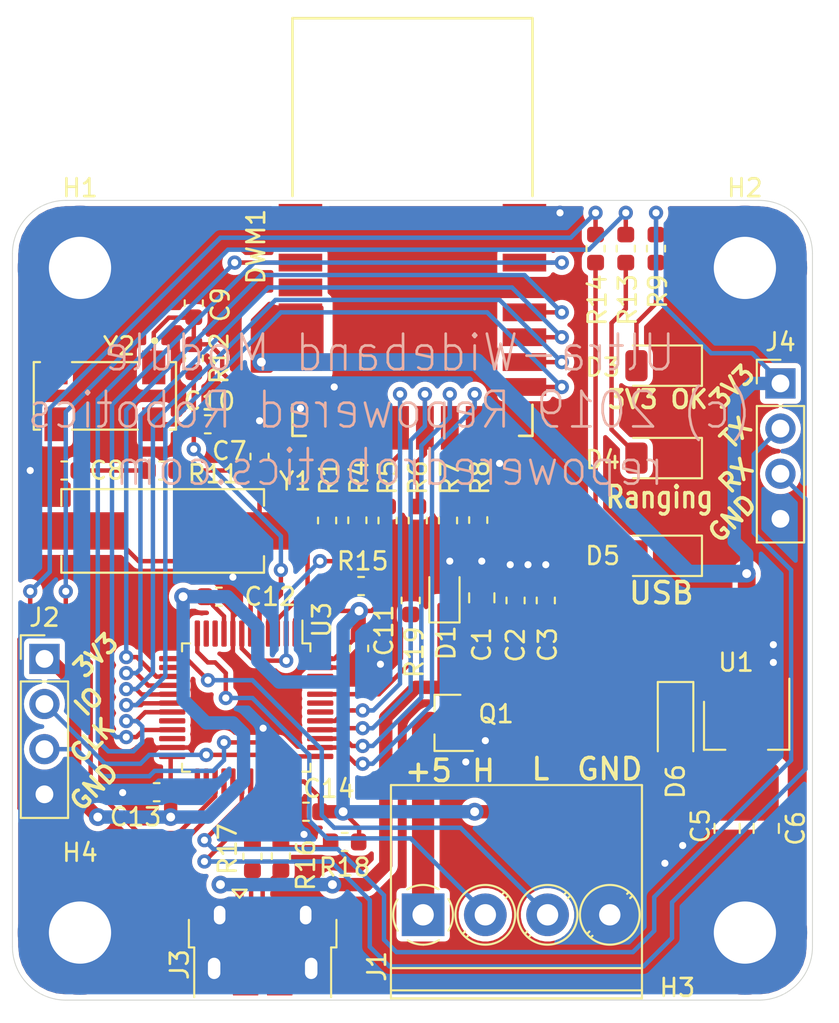
<source format=kicad_pcb>
(kicad_pcb (version 20171130) (host pcbnew "(5.1.2)-2")
  (layers (0 F.Cu signal) (31 B.Cu signal) (34 B.Paste user) (35 F.Paste user) (36 B.SilkS user) (37 F.SilkS user) (38 B.Mask user) (39 F.Mask user) (44 Edge.Cuts user))
  (net 0 "")
  (net 1 GND)
  (net 2 +5V)
  (net 3 +3V3)
  (net 4 "Net-(C7-Pad2)")
  (net 5 "Net-(C8-Pad2)")
  (net 6 "Net-(C9-Pad2)")
  (net 7 "Net-(C10-Pad2)")
  (net 8 "Net-(D3-Pad2)")
  (net 9 "Net-(D4-Pad2)")
  (net 10 "Net-(D5-Pad2)")
  (net 11 /IRQ)
  (net 12 /SPICLK)
  (net 13 /MISO)
  (net 14 /MOSI)
  (net 15 /DWM_CSn)
  (net 16 /RXOKLED)
  (net 17 /SFDLED)
  (net 18 /RXLED)
  (net 19 /TXLED)
  (net 20 "Net-(DWM1-Pad11)")
  (net 21 "Net-(DWM1-Pad10)")
  (net 22 "Net-(DWM1-Pad9)")
  (net 23 "Net-(DWM1-Pad4)")
  (net 24 /DWM_RSTn)
  (net 25 "Net-(DWM1-Pad1)")
  (net 26 "Net-(J1-Pad1)")
  (net 27 /SWDCLK)
  (net 28 /SWDIO)
  (net 29 "Net-(J3-Pad4)")
  (net 30 "Net-(J3-Pad3)")
  (net 31 "Net-(J3-Pad2)")
  (net 32 /USART1_RX)
  (net 33 /USART1_TX)
  (net 34 "Net-(R13-Pad1)")
  (net 35 "Net-(R14-Pad1)")
  (net 36 "Net-(R15-Pad2)")
  (net 37 /USB_DP)
  (net 38 /USB_DM)
  (net 39 /BOOT0)
  (net 40 "Net-(U3-Pad43)")
  (net 41 "Net-(U3-Pad42)")
  (net 42 "Net-(U3-Pad29)")
  (net 43 "Net-(U3-Pad26)")
  (net 44 "Net-(U3-Pad25)")
  (net 45 "Net-(U3-Pad22)")
  (net 46 "Net-(U3-Pad10)")
  (net 47 "Net-(U3-Pad2)")
  (net 48 "Net-(Y2-Pad3)")
  (net 49 "Net-(Y2-Pad2)")
  (net 50 /USART2_RX)
  (net 51 /USART2_TX)
  (net 52 "Net-(U3-Pad46)")
  (net 53 "Net-(U3-Pad45)")
  (net 54 "Net-(U3-Pad20)")
  (net 55 "Net-(U3-Pad14)")
  (net 56 "Net-(U3-Pad11)")
  (module Package_QFP:LQFP-48_7x7mm_P0.5mm (layer F.Cu) (at 58.15 83.5375 270)
    (fp_text reference U3 (at -4.9375 -4.25 90) (layer F.SilkS))
    (fp_text value STM32F103C8Tx)
    (pad 48 smd roundrect (at -2.75 -4.1625 270) (size 0.3 1.475) (layers F.Cu F.Paste F.Mask) (net 3 +3V3))
    (pad 47 smd roundrect (at -2.25 -4.1625 270) (size 0.3 1.475) (layers F.Cu F.Paste F.Mask) (net 1 GND))
    (pad 46 smd roundrect (at -1.75 -4.1625 270) (size 0.3 1.475) (layers F.Cu F.Paste F.Mask) (net 52 "Net-(U3-Pad46)"))
    (pad 45 smd roundrect (at -1.25 -4.1625 270) (size 0.3 1.475) (layers F.Cu F.Paste F.Mask) (net 53 "Net-(U3-Pad45)"))
    (pad 44 smd roundrect (at -0.75 -4.1625 270) (size 0.3 1.475) (layers F.Cu F.Paste F.Mask) (net 39 /BOOT0))
    (pad 43 smd roundrect (at -0.25 -4.1625 270) (size 0.3 1.475) (layers F.Cu F.Paste F.Mask) (net 40 "Net-(U3-Pad43)"))
    (pad 42 smd roundrect (at 0.25 -4.1625 270) (size 0.3 1.475) (layers F.Cu F.Paste F.Mask) (net 41 "Net-(U3-Pad42)"))
    (pad 41 smd roundrect (at 0.75 -4.1625 270) (size 0.3 1.475) (layers F.Cu F.Paste F.Mask) (net 19 /TXLED))
    (pad 40 smd roundrect (at 1.25 -4.1625 270) (size 0.3 1.475) (layers F.Cu F.Paste F.Mask) (net 18 /RXLED))
    (pad 39 smd roundrect (at 1.75 -4.1625 270) (size 0.3 1.475) (layers F.Cu F.Paste F.Mask) (net 17 /SFDLED))
    (pad 38 smd roundrect (at 2.25 -4.1625 270) (size 0.3 1.475) (layers F.Cu F.Paste F.Mask) (net 16 /RXOKLED))
    (pad 37 smd roundrect (at 2.75 -4.1625 270) (size 0.3 1.475) (layers F.Cu F.Paste F.Mask) (net 27 /SWDCLK))
    (pad 36 smd roundrect (at 4.1625 -2.75 270) (size 1.475 0.3) (layers F.Cu F.Paste F.Mask) (net 3 +3V3))
    (pad 35 smd roundrect (at 4.1625 -2.25 270) (size 1.475 0.3) (layers F.Cu F.Paste F.Mask) (net 1 GND))
    (pad 34 smd roundrect (at 4.1625 -1.75 270) (size 1.475 0.3) (layers F.Cu F.Paste F.Mask) (net 28 /SWDIO))
    (pad 33 smd roundrect (at 4.1625 -1.25 270) (size 1.475 0.3) (layers F.Cu F.Paste F.Mask) (net 37 /USB_DP))
    (pad 32 smd roundrect (at 4.1625 -0.75 270) (size 1.475 0.3) (layers F.Cu F.Paste F.Mask) (net 38 /USB_DM))
    (pad 31 smd roundrect (at 4.1625 -0.25 270) (size 1.475 0.3) (layers F.Cu F.Paste F.Mask) (net 32 /USART1_RX))
    (pad 30 smd roundrect (at 4.1625 0.25 270) (size 1.475 0.3) (layers F.Cu F.Paste F.Mask) (net 33 /USART1_TX))
    (pad 29 smd roundrect (at 4.1625 0.75 270) (size 1.475 0.3) (layers F.Cu F.Paste F.Mask) (net 42 "Net-(U3-Pad29)"))
    (pad 28 smd roundrect (at 4.1625 1.25 270) (size 1.475 0.3) (layers F.Cu F.Paste F.Mask) (net 35 "Net-(R14-Pad1)"))
    (pad 27 smd roundrect (at 4.1625 1.75 270) (size 1.475 0.3) (layers F.Cu F.Paste F.Mask) (net 34 "Net-(R13-Pad1)"))
    (pad 26 smd roundrect (at 4.1625 2.25 270) (size 1.475 0.3) (layers F.Cu F.Paste F.Mask) (net 43 "Net-(U3-Pad26)"))
    (pad 25 smd roundrect (at 4.1625 2.75 270) (size 1.475 0.3) (layers F.Cu F.Paste F.Mask) (net 44 "Net-(U3-Pad25)"))
    (pad 24 smd roundrect (at 2.75 4.1625 270) (size 0.3 1.475) (layers F.Cu F.Paste F.Mask) (net 3 +3V3))
    (pad 23 smd roundrect (at 2.25 4.1625 270) (size 0.3 1.475) (layers F.Cu F.Paste F.Mask) (net 1 GND))
    (pad 22 smd roundrect (at 1.75 4.1625 270) (size 0.3 1.475) (layers F.Cu F.Paste F.Mask) (net 45 "Net-(U3-Pad22)"))
    (pad 21 smd roundrect (at 1.25 4.1625 270) (size 0.3 1.475) (layers F.Cu F.Paste F.Mask) (net 11 /IRQ))
    (pad 20 smd roundrect (at 0.75 4.1625 270) (size 0.3 1.475) (layers F.Cu F.Paste F.Mask) (net 54 "Net-(U3-Pad20)"))
    (pad 19 smd roundrect (at 0.25 4.1625 270) (size 0.3 1.475) (layers F.Cu F.Paste F.Mask) (net 24 /DWM_RSTn))
    (pad 18 smd roundrect (at -0.25 4.1625 270) (size 0.3 1.475) (layers F.Cu F.Paste F.Mask) (net 15 /DWM_CSn))
    (pad 17 smd roundrect (at -0.75 4.1625 270) (size 0.3 1.475) (layers F.Cu F.Paste F.Mask) (net 14 /MOSI))
    (pad 16 smd roundrect (at -1.25 4.1625 270) (size 0.3 1.475) (layers F.Cu F.Paste F.Mask) (net 13 /MISO))
    (pad 15 smd roundrect (at -1.75 4.1625 270) (size 0.3 1.475) (layers F.Cu F.Paste F.Mask) (net 12 /SPICLK))
    (pad 14 smd roundrect (at -2.25 4.1625 270) (size 0.3 1.475) (layers F.Cu F.Paste F.Mask) (net 55 "Net-(U3-Pad14)"))
    (pad 13 smd roundrect (at -2.75 4.1625 270) (size 0.3 1.475) (layers F.Cu F.Paste F.Mask) (net 50 /USART2_RX))
    (pad 12 smd roundrect (at -4.1625 2.75 270) (size 1.475 0.3) (layers F.Cu F.Paste F.Mask) (net 51 /USART2_TX))
    (pad 11 smd roundrect (at -4.1625 2.25 270) (size 1.475 0.3) (layers F.Cu F.Paste F.Mask) (net 56 "Net-(U3-Pad11)"))
    (pad 10 smd roundrect (at -4.1625 1.75 270) (size 1.475 0.3) (layers F.Cu F.Paste F.Mask) (net 46 "Net-(U3-Pad10)"))
    (pad 9 smd roundrect (at -4.1625 1.25 270) (size 1.475 0.3) (layers F.Cu F.Paste F.Mask) (net 3 +3V3))
    (pad 8 smd roundrect (at -4.1625 0.75 270) (size 1.475 0.3) (layers F.Cu F.Paste F.Mask) (net 1 GND))
    (pad 7 smd roundrect (at -4.1625 0.25 270) (size 1.475 0.3) (layers F.Cu F.Paste F.Mask) (net 36 "Net-(R15-Pad2)"))
    (pad 6 smd roundrect (at -4.1625 -0.25 270) (size 1.475 0.3) (layers F.Cu F.Paste F.Mask) (net 5 "Net-(C8-Pad2)"))
    (pad 5 smd roundrect (at -4.1625 -0.75 270) (size 1.475 0.3) (layers F.Cu F.Paste F.Mask) (net 4 "Net-(C7-Pad2)"))
    (pad 4 smd roundrect (at -4.1625 -1.25 270) (size 1.475 0.3) (layers F.Cu F.Paste F.Mask) (net 7 "Net-(C10-Pad2)"))
    (pad 3 smd roundrect (at -4.1625 -1.75 270) (size 1.475 0.3) (layers F.Cu F.Paste F.Mask) (net 6 "Net-(C9-Pad2)"))
    (pad 2 smd roundrect (at -4.1625 -2.25 270) (size 1.475 0.3) (layers F.Cu F.Paste F.Mask) (net 47 "Net-(U3-Pad2)"))
    (pad 1 smd roundrect (at -4.1625 -2.75 270) (size 1.475 0.3) (layers F.Cu F.Paste F.Mask) (net 3 +3V3))
  )
  (module Resistor_SMD:R_0603_1608Metric (layer F.Cu) (at 67.4 77.5125 90)
    (fp_text reference R19 (at -2.9125 0.2 90) (layer F.SilkS))
    (fp_text value 100k)
    (pad 2 smd roundrect (at 0.7875 0 90) (size 0.875 0.95) (layers F.Cu F.Paste F.Mask) (net 1 GND))
    (pad 1 smd roundrect (at -0.7875 0 90) (size 0.875 0.95) (layers F.Cu F.Paste F.Mask) (net 39 /BOOT0))
  )
  (module MountingHole:MountingHole_3.5mm_Pad (layer F.Cu) (at 48.8 96.2)
    (fp_text reference H4 (at 0 -4.5) (layer F.SilkS))
    (fp_text value MountingHole_Pad)
    (pad 1 thru_hole circle (at 0 0) (size 7 7) (drill 3.5) (layers *.Cu *.Mask) (net 1 GND))
  )
  (module MountingHole:MountingHole_3.5mm_Pad (layer F.Cu) (at 86.2 96.2)
    (fp_text reference H3 (at -3.8 3.1) (layer F.SilkS))
    (fp_text value MountingHole_Pad)
    (pad 1 thru_hole circle (at 0 0) (size 7 7) (drill 3.5) (layers *.Cu *.Mask) (net 1 GND))
  )
  (module MountingHole:MountingHole_3.5mm_Pad (layer F.Cu) (at 86.2 58.8)
    (fp_text reference H2 (at 0 -4.5) (layer F.SilkS))
    (fp_text value MountingHole_Pad)
    (pad 1 thru_hole circle (at 0 0) (size 7 7) (drill 3.5) (layers *.Cu *.Mask) (net 1 GND))
  )
  (module MountingHole:MountingHole_3.5mm_Pad (layer F.Cu) (at 48.8 58.8)
    (fp_text reference H1 (at 0 -4.5) (layer F.SilkS))
    (fp_text value MountingHole_Pad)
    (pad 1 thru_hole circle (at 0 0) (size 7 7) (drill 3.5) (layers *.Cu *.Mask) (net 1 GND))
  )
  (module ABS25-32.768KHZ-6-T:XTAL_ABS25-32.768KHZ-6-T (layer F.Cu) (at 50.2 66 270)
    (fp_text reference Y2 (at -2.8 -0.8 180) (layer F.SilkS))
    (fp_text value 32.768K hide)
    (pad 4 smd rect (at 1.6 -2.75 180) (size 1.3 1.9) (layers F.Cu F.Paste F.Mask) (net 7 "Net-(C10-Pad2)"))
    (pad 3 smd rect (at 1.6 2.75 180) (size 1.3 1.9) (layers F.Cu F.Paste F.Mask) (net 48 "Net-(Y2-Pad3)"))
    (pad 2 smd rect (at -1.6 2.75 180) (size 1.3 1.9) (layers F.Cu F.Paste F.Mask) (net 49 "Net-(Y2-Pad2)"))
    (pad 1 smd rect (at -1.6 -2.75 180) (size 1.3 1.9) (layers F.Cu F.Paste F.Mask) (net 6 "Net-(C9-Pad2)"))
  )
  (module ABLS-8.000MHZ-B2-T:XTAL_ABLS-8.000MHZ-B2-T (layer F.Cu) (at 53.45 73.6 180)
    (fp_text reference Y1 (at -7.45 2.8 180) (layer F.SilkS) (effects (font (size 1.00008 1.00008))))
    (fp_text value 8.000M hide)
    (pad 2 smd rect (at 4.75 0 180) (size 5.6 2.1) (layers F.Cu F.Paste F.Mask) (net 5 "Net-(C8-Pad2)"))
    (pad 1 smd rect (at -4.75 0 180) (size 5.6 2.1) (layers F.Cu F.Paste F.Mask) (net 4 "Net-(C7-Pad2)"))
  )
  (module Package_TO_SOT_SMD:SOT-89-3 (layer F.Cu) (at 86.3 84.1335 270)
    (fp_text reference U1 (at -3.1335 0.6) (layer F.SilkS))
    (fp_text value AZ1117-3.3)
    (pad 2 smd trapezoid (at -0.0762 0) (size 1.5 1) (rect_delta 0 0.7) (layers F.Cu F.Paste F.Mask) (net 3 +3V3))
    (pad 2 smd rect (at 1.3335 0 180) (size 2.2 1.84) (layers F.Cu F.Paste F.Mask) (net 3 +3V3))
    (pad 3 smd rect (at -1.48 1.5 180) (size 1 1.5) (layers F.Cu F.Paste F.Mask) (net 2 +5V))
    (pad 2 smd rect (at -1.3335 0 180) (size 1 1.8) (layers F.Cu F.Paste F.Mask) (net 3 +3V3))
    (pad 1 smd rect (at -1.48 -1.5 180) (size 1 1.5) (layers F.Cu F.Paste F.Mask) (net 1 GND))
    (pad 2 smd trapezoid (at 2.667 0 180) (size 1.6 0.85) (rect_delta 0 0.6) (layers F.Cu F.Paste F.Mask) (net 3 +3V3))
  )
  (module Resistor_SMD:R_0603_1608Metric (layer F.Cu) (at 63.6875 91.1 180)
    (fp_text reference R18 (at 0 -1.43) (layer F.SilkS))
    (fp_text value 1.5k)
    (pad 2 smd roundrect (at 0.7875 0 180) (size 0.875 0.95) (layers F.Cu F.Paste F.Mask) (net 37 /USB_DP))
    (pad 1 smd roundrect (at -0.7875 0 180) (size 0.875 0.95) (layers F.Cu F.Paste F.Mask) (net 3 +3V3))
  )
  (module Resistor_SMD:R_0603_1608Metric (layer F.Cu) (at 58.5 91.9125 270)
    (fp_text reference R17 (at -0.4125 1.4 90) (layer F.SilkS))
    (fp_text value 20)
    (pad 2 smd roundrect (at 0.7875 0 270) (size 0.875 0.95) (layers F.Cu F.Paste F.Mask) (net 31 "Net-(J3-Pad2)"))
    (pad 1 smd roundrect (at -0.7875 0 270) (size 0.875 0.95) (layers F.Cu F.Paste F.Mask) (net 38 /USB_DM))
  )
  (module Resistor_SMD:R_0603_1608Metric (layer F.Cu) (at 60.1 91.9 270)
    (fp_text reference R16 (at 0.5 -1.4 90) (layer F.SilkS))
    (fp_text value 20)
    (pad 2 smd roundrect (at 0.7875 0 270) (size 0.875 0.95) (layers F.Cu F.Paste F.Mask) (net 30 "Net-(J3-Pad3)"))
    (pad 1 smd roundrect (at -0.7875 0 270) (size 0.875 0.95) (layers F.Cu F.Paste F.Mask) (net 37 /USB_DP))
  )
  (module Resistor_SMD:R_0603_1608Metric (layer F.Cu) (at 64.6125 76.7 180)
    (fp_text reference R15 (at -0.0875 1.4) (layer F.SilkS))
    (fp_text value 100k)
    (pad 2 smd roundrect (at 0.7875 0 180) (size 0.875 0.95) (layers F.Cu F.Paste F.Mask) (net 36 "Net-(R15-Pad2)"))
    (pad 1 smd roundrect (at -0.7875 0 180) (size 0.875 0.95) (layers F.Cu F.Paste F.Mask) (net 3 +3V3))
  )
  (module Resistor_SMD:R_0603_1608Metric (layer F.Cu) (at 77.8 57.7125 270)
    (fp_text reference R14 (at 2.9 -0.1 90) (layer F.SilkS))
    (fp_text value 330)
    (pad 2 smd roundrect (at 0.7875 0 270) (size 0.875 0.95) (layers F.Cu F.Paste F.Mask) (net 10 "Net-(D5-Pad2)"))
    (pad 1 smd roundrect (at -0.7875 0 270) (size 0.875 0.95) (layers F.Cu F.Paste F.Mask) (net 35 "Net-(R14-Pad1)"))
  )
  (module Resistor_SMD:R_0603_1608Metric (layer F.Cu) (at 79.5 57.7125 270)
    (fp_text reference R13 (at 2.8875 -0.1 90) (layer F.SilkS))
    (fp_text value 330)
    (pad 2 smd roundrect (at 0.7875 0 270) (size 0.875 0.95) (layers F.Cu F.Paste F.Mask) (net 9 "Net-(D4-Pad2)"))
    (pad 1 smd roundrect (at -0.7875 0 270) (size 0.875 0.95) (layers F.Cu F.Paste F.Mask) (net 34 "Net-(R13-Pad1)"))
  )
  (module Resistor_SMD:R_0603_1608Metric (layer F.Cu) (at 55.2 63.8875 270)
    (fp_text reference R12 (at 0 -1.43 90) (layer F.SilkS))
    (fp_text value 1M)
    (pad 2 smd roundrect (at 0.7875 0 270) (size 0.875 0.95) (layers F.Cu F.Paste F.Mask) (net 7 "Net-(C10-Pad2)"))
    (pad 1 smd roundrect (at -0.7875 0 270) (size 0.875 0.95) (layers F.Cu F.Paste F.Mask) (net 6 "Net-(C9-Pad2)"))
  )
  (module Resistor_SMD:R_0603_1608Metric (layer F.Cu) (at 53.4125 70.2 180)
    (fp_text reference R11 (at -2.9 -0.2) (layer F.SilkS))
    (fp_text value 1M)
    (pad 2 smd roundrect (at 0.7875 0 180) (size 0.875 0.95) (layers F.Cu F.Paste F.Mask) (net 5 "Net-(C8-Pad2)"))
    (pad 1 smd roundrect (at -0.7875 0 180) (size 0.875 0.95) (layers F.Cu F.Paste F.Mask) (net 4 "Net-(C7-Pad2)"))
  )
  (module Resistor_SMD:R_0603_1608Metric (layer F.Cu) (at 81.2 57.7125 90)
    (fp_text reference R9 (at -2.4125 0.1 90) (layer F.SilkS))
    (fp_text value 330)
    (pad 2 smd roundrect (at 0.7875 0 90) (size 0.875 0.95) (layers F.Cu F.Paste F.Mask) (net 3 +3V3))
    (pad 1 smd roundrect (at -0.7875 0 90) (size 0.875 0.95) (layers F.Cu F.Paste F.Mask) (net 8 "Net-(D3-Pad2)"))
  )
  (module Resistor_SMD:R_0603_1608Metric (layer F.Cu) (at 71.2 72.9875 270)
    (fp_text reference R8 (at -2.3875 -0.1 90) (layer F.SilkS))
    (fp_text value 100k)
    (pad 2 smd roundrect (at 0.7875 0 270) (size 0.875 0.95) (layers F.Cu F.Paste F.Mask) (net 1 GND))
    (pad 1 smd roundrect (at -0.7875 0 270) (size 0.875 0.95) (layers F.Cu F.Paste F.Mask) (net 16 /RXOKLED))
  )
  (module Resistor_SMD:R_0603_1608Metric (layer F.Cu) (at 69.5 73.0125 270)
    (fp_text reference R7 (at -2.4125 -0.1 90) (layer F.SilkS))
    (fp_text value 100k)
    (pad 2 smd roundrect (at 0.7875 0 270) (size 0.875 0.95) (layers F.Cu F.Paste F.Mask) (net 1 GND))
    (pad 1 smd roundrect (at -0.7875 0 270) (size 0.875 0.95) (layers F.Cu F.Paste F.Mask) (net 17 /SFDLED))
  )
  (module Resistor_SMD:R_0603_1608Metric (layer F.Cu) (at 67.8 73.0125 270)
    (fp_text reference R6 (at -2.4125 0 90) (layer F.SilkS))
    (fp_text value 100k)
    (pad 2 smd roundrect (at 0.7875 0 270) (size 0.875 0.95) (layers F.Cu F.Paste F.Mask) (net 1 GND))
    (pad 1 smd roundrect (at -0.7875 0 270) (size 0.875 0.95) (layers F.Cu F.Paste F.Mask) (net 18 /RXLED))
  )
  (module Resistor_SMD:R_0603_1608Metric (layer F.Cu) (at 66.1 73.0125 270)
    (fp_text reference R5 (at -2.4125 0 90) (layer F.SilkS))
    (fp_text value 100k)
    (pad 2 smd roundrect (at 0.7875 0 270) (size 0.875 0.95) (layers F.Cu F.Paste F.Mask) (net 1 GND))
    (pad 1 smd roundrect (at -0.7875 0 270) (size 0.875 0.95) (layers F.Cu F.Paste F.Mask) (net 19 /TXLED))
  )
  (module Resistor_SMD:R_0603_1608Metric (layer F.Cu) (at 64.4 73 270)
    (fp_text reference R4 (at -2.4125 -0.1 90) (layer F.SilkS))
    (fp_text value 100k)
    (pad 2 smd roundrect (at 0.7875 0 270) (size 0.875 0.95) (layers F.Cu F.Paste F.Mask) (net 1 GND))
    (pad 1 smd roundrect (at -0.7875 0 270) (size 0.875 0.95) (layers F.Cu F.Paste F.Mask) (net 21 "Net-(DWM1-Pad10)"))
  )
  (module Resistor_SMD:R_0603_1608Metric (layer F.Cu) (at 62.7 73.0125 270)
    (fp_text reference R1 (at -2.4 -0.1 90) (layer F.SilkS))
    (fp_text value 100k)
    (pad 2 smd roundrect (at 0.7875 0 270) (size 0.875 0.95) (layers F.Cu F.Paste F.Mask) (net 1 GND))
    (pad 1 smd roundrect (at -0.7875 0 270) (size 0.875 0.95) (layers F.Cu F.Paste F.Mask) (net 22 "Net-(DWM1-Pad9)"))
  )
  (module Package_TO_SOT_SMD:SOT-23 (layer F.Cu) (at 69.5 84.4 180)
    (fp_text reference Q1 (at -2.7 0.5) (layer F.SilkS))
    (fp_text value ~)
    (pad 3 smd rect (at 1 0 180) (size 0.9 0.8) (layers F.Cu F.Paste F.Mask) (net 26 "Net-(J1-Pad1)"))
    (pad 2 smd rect (at -1 0.95 180) (size 0.9 0.8) (layers F.Cu F.Paste F.Mask) (net 2 +5V))
    (pad 1 smd rect (at -1 -0.95 180) (size 0.9 0.8) (layers F.Cu F.Paste F.Mask) (net 1 GND))
  )
  (module Connector_PinHeader_2.54mm:PinHeader_1x04_P2.54mm_Vertical (layer F.Cu) (at 88.2 65.3)
    (fp_text reference J4 (at 0 -2.33) (layer F.SilkS))
    (fp_text value Conn_01x04_Male)
    (pad 4 thru_hole oval (at 0 7.62) (size 1.7 1.7) (drill 1) (layers *.Cu *.Mask) (net 1 GND))
    (pad 3 thru_hole oval (at 0 5.08) (size 1.7 1.7) (drill 1) (layers *.Cu *.Mask) (net 32 /USART1_RX))
    (pad 2 thru_hole oval (at 0 2.54) (size 1.7 1.7) (drill 1) (layers *.Cu *.Mask) (net 33 /USART1_TX))
    (pad 1 thru_hole rect (at 0 0) (size 1.7 1.7) (drill 1) (layers *.Cu *.Mask) (net 3 +3V3))
  )
  (module Connector_USB:USB_Micro-B_Amphenol_10103594-0001LF_Horizontal (layer F.Cu) (at 59.1 97.1)
    (fp_text reference J3 (at -4.7 0.9 90) (layer F.SilkS))
    (fp_text value USB_B_Micro)
    (pad 6 smd rect (at 0.935 1.385 90) (size 2.5 1.43) (layers F.Cu F.Paste F.Mask) (net 1 GND))
    (pad 6 smd rect (at -0.985 1.385 90) (size 2.5 1.43) (layers F.Cu F.Paste F.Mask) (net 1 GND))
    (pad 6 thru_hole oval (at 2.705 1.115 90) (size 1.7 1.35) (drill oval 1.2 0.7) (layers *.Cu *.Mask) (net 1 GND))
    (pad 6 thru_hole oval (at -2.755 1.115 90) (size 1.7 1.35) (drill oval 1.2 0.7) (layers *.Cu *.Mask) (net 1 GND))
    (pad 6 thru_hole oval (at 2.395 -1.885 90) (size 1.5 1.1) (drill oval 1.05 0.65) (layers *.Cu *.Mask) (net 1 GND))
    (pad 6 thru_hole oval (at -2.445 -1.885 90) (size 1.5 1.1) (drill oval 1.05 0.65) (layers *.Cu *.Mask) (net 1 GND))
    (pad 5 smd rect (at 1.275 -1.765 90) (size 1.65 0.4) (layers F.Cu F.Paste F.Mask) (net 1 GND))
    (pad 4 smd rect (at 0.625 -1.765 90) (size 1.65 0.4) (layers F.Cu F.Paste F.Mask) (net 29 "Net-(J3-Pad4)"))
    (pad 3 smd rect (at -0.025 -1.765 90) (size 1.65 0.4) (layers F.Cu F.Paste F.Mask) (net 30 "Net-(J3-Pad3)"))
    (pad 2 smd rect (at -0.675 -1.765 90) (size 1.65 0.4) (layers F.Cu F.Paste F.Mask) (net 31 "Net-(J3-Pad2)"))
    (pad 1 smd rect (at -1.325 -1.765 90) (size 1.65 0.4) (layers F.Cu F.Paste F.Mask) (net 2 +5V))
    (pad 6 smd rect (at 2.875 -1.885) (size 2 1.5) (layers F.Cu F.Paste F.Mask) (net 1 GND))
    (pad 6 smd rect (at -2.875 -1.865) (size 2 1.5) (layers F.Cu F.Paste F.Mask) (net 1 GND))
    (pad 6 smd rect (at 2.975 -0.565) (size 1.825 0.7) (layers F.Cu F.Paste F.Mask) (net 1 GND))
    (pad 6 smd rect (at -2.975 -0.565) (size 1.825 0.7) (layers F.Cu F.Paste F.Mask) (net 1 GND))
    (pad 6 smd rect (at -2.755 0.185) (size 1.35 2) (layers F.Cu F.Paste F.Mask) (net 1 GND))
    (pad 6 smd rect (at 2.725 0.185) (size 1.35 2) (layers F.Cu F.Paste F.Mask) (net 1 GND))
  )
  (module Connector_PinHeader_2.54mm:PinHeader_1x04_P2.54mm_Vertical (layer F.Cu) (at 46.8 80.8)
    (fp_text reference J2 (at 0 -2.33) (layer F.SilkS))
    (fp_text value Conn_01x04_Male)
    (pad 4 thru_hole oval (at 0 7.62) (size 1.7 1.7) (drill 1) (layers *.Cu *.Mask) (net 1 GND))
    (pad 3 thru_hole oval (at 0 5.08) (size 1.7 1.7) (drill 1) (layers *.Cu *.Mask) (net 27 /SWDCLK))
    (pad 2 thru_hole oval (at 0 2.54) (size 1.7 1.7) (drill 1) (layers *.Cu *.Mask) (net 28 /SWDIO))
    (pad 1 thru_hole rect (at 0 0) (size 1.7 1.7) (drill 1) (layers *.Cu *.Mask) (net 3 +3V3))
  )
  (module TerminalBlock_Phoenix:TerminalBlock_Phoenix_PTSA-1,5-4-3.5-H_1x04_P3.50mm_Horizontal (layer F.Cu) (at 68.1 95.2)
    (fp_text reference J1 (at -2.6 2.9 90) (layer F.SilkS))
    (fp_text value Conn_01x04_Female)
    (pad 4 thru_hole circle (at 10.5 0) (size 2.4 2.4) (drill 1.2) (layers *.Cu *.Mask) (net 1 GND))
    (pad 3 thru_hole circle (at 7 0) (size 2.4 2.4) (drill 1.2) (layers *.Cu *.Mask) (net 50 /USART2_RX))
    (pad 2 thru_hole circle (at 3.5 0) (size 2.4 2.4) (drill 1.2) (layers *.Cu *.Mask) (net 51 /USART2_TX))
    (pad 1 thru_hole rect (at 0 0) (size 2.4 2.4) (drill 1.2) (layers *.Cu *.Mask) (net 26 "Net-(J1-Pad1)"))
  )
  (module RF_Module:DWM1000 (layer F.Cu) (at 67.5 56.5)
    (fp_text reference DWM1 (at -8.8 1.1 90) (layer F.SilkS))
    (fp_text value DWM1000)
    (pad 24 smd rect (at 6.3 -0.7988 90) (size 1 2.45) (layers F.Cu F.Paste F.Mask) (net 1 GND))
    (pad 23 smd rect (at 6.3 0.6012 90) (size 1 2.45) (layers F.Cu F.Paste F.Mask) (net 1 GND))
    (pad 22 smd rect (at 6.3 2.0012 90) (size 1 2.45) (layers F.Cu F.Paste F.Mask) (net 11 /IRQ))
    (pad 21 smd rect (at 6.3 3.4012 90) (size 1 2.45) (layers F.Cu F.Paste F.Mask) (net 1 GND))
    (pad 20 smd rect (at 6.3 4.8012 90) (size 1 2.45) (layers F.Cu F.Paste F.Mask) (net 12 /SPICLK))
    (pad 19 smd rect (at 6.3 6.2012 90) (size 1 2.45) (layers F.Cu F.Paste F.Mask) (net 13 /MISO))
    (pad 18 smd rect (at 6.3 7.6 90) (size 1 2.45) (layers F.Cu F.Paste F.Mask) (net 14 /MOSI))
    (pad 17 smd rect (at 6.3 9 90) (size 1 2.45) (layers F.Cu F.Paste F.Mask) (net 15 /DWM_CSn))
    (pad 16 smd rect (at 4.9 11.2962) (size 1 2.45) (layers F.Cu F.Paste F.Mask) (net 1 GND))
    (pad 15 smd rect (at 3.5 11.2962) (size 1 2.45) (layers F.Cu F.Paste F.Mask) (net 16 /RXOKLED))
    (pad 14 smd rect (at 2.1 11.2962) (size 1 2.45) (layers F.Cu F.Paste F.Mask) (net 17 /SFDLED))
    (pad 13 smd rect (at 0.7 11.2962) (size 1 2.45) (layers F.Cu F.Paste F.Mask) (net 18 /RXLED))
    (pad 12 smd rect (at -0.7 11.2962) (size 1 2.45) (layers F.Cu F.Paste F.Mask) (net 19 /TXLED))
    (pad 11 smd rect (at -2.1 11.2962) (size 1 2.45) (layers F.Cu F.Paste F.Mask) (net 20 "Net-(DWM1-Pad11)"))
    (pad 10 smd rect (at -3.5 11.2962) (size 1 2.45) (layers F.Cu F.Paste F.Mask) (net 21 "Net-(DWM1-Pad10)"))
    (pad 9 smd rect (at -4.9 11.2962) (size 1 2.45) (layers F.Cu F.Paste F.Mask) (net 22 "Net-(DWM1-Pad9)"))
    (pad 8 smd rect (at -6.3 9.0012 90) (size 1 2.45) (layers F.Cu F.Paste F.Mask) (net 1 GND))
    (pad 7 smd rect (at -6.3 7.6012 90) (size 1 2.45) (layers F.Cu F.Paste F.Mask) (net 3 +3V3))
    (pad 6 smd rect (at -6.3 6.2012 90) (size 1 2.45) (layers F.Cu F.Paste F.Mask) (net 3 +3V3))
    (pad 5 smd rect (at -6.3 4.8012 90) (size 1 2.45) (layers F.Cu F.Paste F.Mask) (net 3 +3V3))
    (pad 4 smd rect (at -6.3 3.4012 90) (size 1 2.45) (layers F.Cu F.Paste F.Mask) (net 23 "Net-(DWM1-Pad4)"))
    (pad 3 smd rect (at -6.3 2.0012 90) (size 1 2.45) (layers F.Cu F.Paste F.Mask) (net 24 /DWM_RSTn))
    (pad 2 smd rect (at -6.3 0.6012 90) (size 1 2.45) (layers F.Cu F.Paste F.Mask) (net 1 GND))
    (pad 1 smd rect (at -6.3 -0.7988 90) (size 1 2.45) (layers F.Cu F.Paste F.Mask) (net 25 "Net-(DWM1-Pad1)"))
  )
  (module Diode_SMD:D_SOD-123 (layer F.Cu) (at 82.3 84.35 270)
    (fp_text reference D6 (at 3.35 0 90) (layer F.SilkS))
    (fp_text value MBR0520)
    (pad 2 smd rect (at 1.65 0 270) (size 0.9 1.2) (layers F.Cu F.Paste F.Mask) (net 3 +3V3))
    (pad 1 smd rect (at -1.65 0 270) (size 0.9 1.2) (layers F.Cu F.Paste F.Mask) (net 2 +5V))
  )
  (module LED_SMD:LED_1206_3216Metric (layer F.Cu) (at 81.5 75 180)
    (fp_text reference D5 (at 3.3 0) (layer F.SilkS))
    (fp_text value "LED Green")
    (pad 2 smd roundrect (at 1.4 0 180) (size 1.25 1.75) (layers F.Cu F.Paste F.Mask) (roundrect_rratio 0.2) (net 10 "Net-(D5-Pad2)"))
    (pad 1 smd roundrect (at -1.4 0 180) (size 1.25 1.75) (layers F.Cu F.Paste F.Mask) (roundrect_rratio 0.2) (net 1 GND))
  )
  (module LED_SMD:LED_1206_3216Metric (layer F.Cu) (at 81.5 69.5 180)
    (fp_text reference D4 (at 3.3 -0.1) (layer F.SilkS))
    (fp_text value "LED Green")
    (pad 2 smd roundrect (at 1.4 0 180) (size 1.25 1.75) (layers F.Cu F.Paste F.Mask) (roundrect_rratio 0.2) (net 9 "Net-(D4-Pad2)"))
    (pad 1 smd roundrect (at -1.4 0 180) (size 1.25 1.75) (layers F.Cu F.Paste F.Mask) (roundrect_rratio 0.2) (net 1 GND))
  )
  (module LED_SMD:LED_1206_3216Metric (layer F.Cu) (at 81.5 64.3 180)
    (fp_text reference D3 (at 3.3 -0.1) (layer F.SilkS))
    (fp_text value "LED Green")
    (pad 2 smd roundrect (at 1.4 0 180) (size 1.25 1.75) (layers F.Cu F.Paste F.Mask) (roundrect_rratio 0.2) (net 8 "Net-(D3-Pad2)"))
    (pad 1 smd roundrect (at -1.4 0 180) (size 1.25 1.75) (layers F.Cu F.Paste F.Mask) (roundrect_rratio 0.2) (net 1 GND))
  )
  (module Diode_SMD:D_SOD-323 (layer F.Cu) (at 69.3 77.25 90)
    (fp_text reference D1 (at -2.65 0.1 90) (layer F.SilkS))
    (fp_text value D_Zener)
    (pad 2 smd rect (at 1.05 0 90) (size 0.6 0.45) (layers F.Cu F.Paste F.Mask) (net 1 GND))
    (pad 1 smd rect (at -1.05 0 90) (size 0.6 0.45) (layers F.Cu F.Paste F.Mask) (net 2 +5V))
  )
  (module Capacitor_SMD:C_0603_1608Metric (layer F.Cu) (at 61.5125 89.4 180)
    (fp_text reference C14 (at -1.2875 1.3) (layer F.SilkS))
    (fp_text value 0.1u)
    (pad 2 smd roundrect (at 0.7875 0 180) (size 0.875 0.95) (layers F.Cu F.Paste F.Mask) (net 1 GND))
    (pad 1 smd roundrect (at -0.7875 0 180) (size 0.875 0.95) (layers F.Cu F.Paste F.Mask) (net 3 +3V3))
  )
  (module Capacitor_SMD:C_0603_1608Metric (layer F.Cu) (at 53.1125 88.3 180)
    (fp_text reference C13 (at 1.1875 -1.4) (layer F.SilkS))
    (fp_text value 0.1u)
    (pad 2 smd roundrect (at 0.7875 0 180) (size 0.875 0.95) (layers F.Cu F.Paste F.Mask) (net 1 GND))
    (pad 1 smd roundrect (at -0.7875 0 180) (size 0.875 0.95) (layers F.Cu F.Paste F.Mask) (net 3 +3V3))
  )
  (module Capacitor_SMD:C_0603_1608Metric (layer F.Cu) (at 56.6125 77.3)
    (fp_text reference C12 (at 2.8875 0) (layer F.SilkS))
    (fp_text value 0.1u)
    (pad 2 smd roundrect (at 0.7875 0) (size 0.875 0.95) (layers F.Cu F.Paste F.Mask) (net 1 GND))
    (pad 1 smd roundrect (at -0.7875 0) (size 0.875 0.95) (layers F.Cu F.Paste F.Mask) (net 3 +3V3))
  )
  (module Capacitor_SMD:C_0603_1608Metric (layer F.Cu) (at 64.5 80.2125 270)
    (fp_text reference C11 (at -1.0125 -1.4 90) (layer F.SilkS))
    (fp_text value 0.1u)
    (pad 2 smd roundrect (at 0.7875 0 270) (size 0.875 0.95) (layers F.Cu F.Paste F.Mask) (net 1 GND))
    (pad 1 smd roundrect (at -0.7875 0 270) (size 0.875 0.95) (layers F.Cu F.Paste F.Mask) (net 3 +3V3))
  )
  (module Capacitor_SMD:C_0603_1608Metric (layer F.Cu) (at 55.9875 67.6 180)
    (fp_text reference C10 (at -0.0875 1.3) (layer F.SilkS))
    (fp_text value 6p)
    (pad 2 smd roundrect (at 0.7875 0 180) (size 0.875 0.95) (layers F.Cu F.Paste F.Mask) (net 7 "Net-(C10-Pad2)"))
    (pad 1 smd roundrect (at -0.7875 0 180) (size 0.875 0.95) (layers F.Cu F.Paste F.Mask) (net 1 GND))
  )
  (module Capacitor_SMD:C_0603_1608Metric (layer F.Cu) (at 55.2 60.7875 270)
    (fp_text reference C9 (at 0.0875 -1.5 90) (layer F.SilkS))
    (fp_text value 6p)
    (pad 2 smd roundrect (at 0.7875 0 270) (size 0.875 0.95) (layers F.Cu F.Paste F.Mask) (net 6 "Net-(C9-Pad2)"))
    (pad 1 smd roundrect (at -0.7875 0 270) (size 0.875 0.95) (layers F.Cu F.Paste F.Mask) (net 1 GND))
  )
  (module Capacitor_SMD:C_0603_1608Metric (layer F.Cu) (at 47.9125 70.2)
    (fp_text reference C8 (at 2.3875 0) (layer F.SilkS))
    (fp_text value 18p)
    (pad 2 smd roundrect (at 0.7875 0) (size 0.875 0.95) (layers F.Cu F.Paste F.Mask) (net 5 "Net-(C8-Pad2)"))
    (pad 1 smd roundrect (at -0.7875 0) (size 0.875 0.95) (layers F.Cu F.Paste F.Mask) (net 1 GND))
  )
  (module Capacitor_SMD:C_0603_1608Metric (layer F.Cu) (at 58.9 69.4125 270)
    (fp_text reference C7 (at -0.3125 1.7) (layer F.SilkS))
    (fp_text value 18p)
    (pad 2 smd roundrect (at 0.7875 0 270) (size 0.875 0.95) (layers F.Cu F.Paste F.Mask) (net 4 "Net-(C7-Pad2)"))
    (pad 1 smd roundrect (at -0.7875 0 270) (size 0.875 0.95) (layers F.Cu F.Paste F.Mask) (net 1 GND))
  )
  (module Capacitor_SMD:C_0805_2012Metric (layer F.Cu) (at 87.4 90.3375 270)
    (fp_text reference C6 (at 0 -1.65 90) (layer F.SilkS))
    (fp_text value 1.0u)
    (pad 2 smd roundrect (at 0.9375 0 270) (size 0.975 1.4) (layers F.Cu F.Paste F.Mask) (net 1 GND))
    (pad 1 smd roundrect (at -0.9375 0 270) (size 0.975 1.4) (layers F.Cu F.Paste F.Mask) (net 3 +3V3))
  )
  (module Capacitor_SMD:C_0805_2012Metric (layer F.Cu) (at 85.2 90.3375 270)
    (fp_text reference C5 (at -0.1375 1.5 90) (layer F.SilkS))
    (fp_text value 10u)
    (pad 2 smd roundrect (at 0.9375 0 270) (size 0.975 1.4) (layers F.Cu F.Paste F.Mask) (net 1 GND))
    (pad 1 smd roundrect (at -0.9375 0 270) (size 0.975 1.4) (layers F.Cu F.Paste F.Mask) (net 3 +3V3))
  )
  (module Capacitor_SMD:C_0603_1608Metric (layer F.Cu) (at 75 77.5125 90)
    (fp_text reference C3 (at -2.4875 0.1 90) (layer F.SilkS))
    (fp_text value 0.022u)
    (pad 2 smd roundrect (at 0.7875 0 90) (size 0.875 0.95) (layers F.Cu F.Paste F.Mask) (net 1 GND))
    (pad 1 smd roundrect (at -0.7875 0 90) (size 0.875 0.95) (layers F.Cu F.Paste F.Mask) (net 2 +5V))
  )
  (module Capacitor_SMD:C_0603_1608Metric (layer F.Cu) (at 73.3 77.5125 90)
    (fp_text reference C2 (at -2.5125 0 90) (layer F.SilkS))
    (fp_text value 0.1u)
    (pad 2 smd roundrect (at 0.7875 0 90) (size 0.875 0.95) (layers F.Cu F.Paste F.Mask) (net 1 GND))
    (pad 1 smd roundrect (at -0.7875 0 90) (size 0.875 0.95) (layers F.Cu F.Paste F.Mask) (net 2 +5V))
  )
  (module Capacitor_SMD:C_0805_2012Metric (layer F.Cu) (at 71.4 77.3625 90)
    (fp_text reference C1 (at -2.6375 0 90) (layer F.SilkS))
    (fp_text value 1.0u)
    (pad 2 smd roundrect (at 0.9375 0 90) (size 0.975 1.4) (layers F.Cu F.Paste F.Mask) (net 1 GND))
    (pad 1 smd roundrect (at -0.9375 0 90) (size 0.975 1.4) (layers F.Cu F.Paste F.Mask) (net 2 +5V))
  )
  (gr_text "Ultra-Wideband Module\n(c) 2019 Repowered Robotics\nrepoweredrobotics.com" (at 66.2 66.8) (layer B.SilkS) (effects (font (size 2 1.8)) (justify mirror)))
  (gr_text GND (at 78.6 87) (layer F.SilkS) (effects (font (size 1.2 1.2) (thickness 0.2))))
  (gr_text L (at 74.7 87) (layer F.SilkS) (effects (font (size 1.2 1.2) (thickness 0.2))))
  (gr_text H (at 71.5 87.1) (layer F.SilkS) (effects (font (size 1.2 1.2) (thickness 0.2))))
  (gr_text +5 (at 68.4 87.1) (layer F.SilkS) (effects (font (size 1.2 1.2) (thickness 0.2))))
  (gr_text USB (at 81.5 77.1) (layer F.SilkS) (effects (font (size 1.2 1.2) (thickness 0.2))))
  (gr_text Ranging (at 81.4 71.7) (layer F.SilkS) (effects (font (size 1.2 1) (thickness 0.2))))
  (gr_text "3V3 OK" (at 81.3 66.2) (layer F.SilkS) (effects (font (size 1 1) (thickness 0.2))))
  (gr_text GND (at 85.5 72.9 45) (layer F.SilkS) (effects (font (size 1 1) (thickness 0.2))))
  (gr_text RX (at 85.7 70.5 45) (layer F.SilkS) (effects (font (size 1 1) (thickness 0.2))))
  (gr_text TX (at 85.7 68.1 45) (layer F.SilkS) (effects (font (size 1 1) (thickness 0.2))))
  (gr_text 3V3 (at 85.5 65.5 45) (layer F.SilkS) (effects (font (size 1 1) (thickness 0.2))))
  (gr_text GND (at 49.6 88 45) (layer F.SilkS) (effects (font (size 1 1) (thickness 0.2))))
  (gr_text CLK (at 49.5 85.4 45) (layer F.SilkS) (effects (font (size 1 1) (thickness 0.2))))
  (gr_text IO (at 49.3 83.2 45) (layer F.SilkS) (effects (font (size 1 1) (thickness 0.2))))
  (gr_text 3V3 (at 49.7 80.6 45) (layer F.SilkS) (effects (font (size 1 1) (thickness 0.2))))
  (gr_line (start 87 55) (end 48 55) (layer Edge.Cuts) (width 0.05))
  (gr_arc (start 87 58) (end 90 58) (angle -90) (layer Edge.Cuts) (width 0.05))
  (gr_line (start 90 97) (end 90 58) (layer Edge.Cuts) (width 0.05))
  (gr_arc (start 48 58) (end 48 55) (angle -90) (layer Edge.Cuts) (width 0.05))
  (gr_line (start 45 97) (end 45 58) (layer Edge.Cuts) (width 0.05))
  (gr_arc (start 87 97) (end 87 100) (angle -90) (layer Edge.Cuts) (width 0.05))
  (gr_arc (start 48 97) (end 45 97) (angle -90) (layer Edge.Cuts) (width 0.05))
  (gr_line (start 48 100) (end 87 100) (layer Edge.Cuts) (width 0.05))
  (via (at 82.7 91.3) (size 0.8) (drill 0.4) (layers F.Cu B.Cu) (net 1))
  (via (at 81.7 92.3) (size 0.8) (drill 0.4) (layers F.Cu B.Cu) (net 1))
  (via (at 87.8 80) (size 0.8) (drill 0.4) (layers F.Cu B.Cu) (net 1))
  (via (at 86.3 76) (size 1) (drill 0.5) (layers F.Cu B.Cu) (net 3))
  (via (at 71 89.4) (size 1) (drill 0.5) (layers F.Cu B.Cu) (net 3))
  (via (at 59.1 84.7) (size 0.8) (drill 0.4) (layers F.Cu B.Cu) (net 1))
  (via (at 69.6 75.3) (size 0.8) (drill 0.4) (layers F.Cu B.Cu) (net 1))
  (via (at 70.5 86.6) (size 0.8) (drill 0.4) (layers F.Cu B.Cu) (net 1))
  (via (at 71.6 85.4) (size 0.8) (drill 0.4) (layers F.Cu B.Cu) (net 1))
  (via (at 56.9 85.5) (size 0.8) (drill 0.4) (layers F.Cu B.Cu) (net 27))
  (via (at 55.9 86.2) (size 0.8) (drill 0.4) (layers F.Cu B.Cu) (net 28))
  (via (at 72.4 69.8) (size 0.8) (drill 0.4) (layers F.Cu B.Cu) (net 1))
  (via (at 71.4 75.3) (size 0.8) (drill 0.4) (layers F.Cu B.Cu) (net 1))
  (via (at 75.8 55.7) (size 0.8) (drill 0.4) (layers F.Cu B.Cu) (net 1))
  (via (at 61.2 66.7) (size 0.8) (drill 0.4) (layers F.Cu B.Cu) (net 1))
  (via (at 63.1 65.5) (size 0.8) (drill 0.4) (layers F.Cu B.Cu) (net 1))
  (via (at 75 75.5) (size 0.8) (drill 0.4) (layers F.Cu B.Cu) (net 1))
  (via (at 74 75.5) (size 0.8) (drill 0.4) (layers F.Cu B.Cu) (net 1))
  (via (at 58.9 67.4) (size 0.8) (drill 0.4) (layers F.Cu B.Cu) (net 1))
  (via (at 87.8 81) (size 0.8) (drill 0.4) (layers F.Cu B.Cu) (net 1))
  (via (at 46 70.2) (size 0.8) (drill 0.4) (layers F.Cu B.Cu) (net 1))
  (via (at 65.7 81.1) (size 0.8) (drill 0.4) (layers F.Cu B.Cu) (net 1))
  (via (at 57.4 76.2) (size 0.8) (drill 0.4) (layers F.Cu B.Cu) (net 1))
  (via (at 61.4 90.67501) (size 0.8) (drill 0.4) (layers F.Cu B.Cu) (net 1))
  (via (at 73 75.5) (size 0.8) (drill 0.4) (layers F.Cu B.Cu) (net 1))
  (via (at 51.2 88.32501) (size 0.8) (drill 0.4) (layers F.Cu B.Cu) (net 1))
  (segment (start 60.42499 88.22499) (end 60.42499 89.12499) (width 0.25) (layer F.Cu) (net 1))
  (segment (start 60.4 87.7) (end 60.4 88.2) (width 0.25) (layer F.Cu) (net 1))
  (segment (start 60.4 88.2) (end 60.42499 88.22499) (width 0.25) (layer F.Cu) (net 1))
  (segment (start 60.42499 89.12499) (end 60.7 89.4) (width 0.25) (layer F.Cu) (net 1))
  (segment (start 53.184298 85.7875) (end 52.4 86.571798) (width 0.25) (layer F.Cu) (net 1))
  (segment (start 53.9875 85.7875) (end 53.184298 85.7875) (width 0.25) (layer F.Cu) (net 1))
  (segment (start 52.4 86.571798) (end 52.4 88.3) (width 0.25) (layer F.Cu) (net 1))
  (segment (start 57.4 79.375) (end 57.4 77.2) (width 0.25) (layer F.Cu) (net 1))
  (segment (start 62.3125 81.2875) (end 64.2125 81.2875) (width 0.25) (layer F.Cu) (net 1))
  (segment (start 64.2125 81.2875) (end 64.5 81) (width 0.25) (layer F.Cu) (net 1))
  (segment (start 53.9875 85.7875) (end 54.9875 85.7875) (width 0.25) (layer F.Cu) (net 1))
  (segment (start 57.4 79.375) (end 57.4 80.4) (width 0.25) (layer F.Cu) (net 1))
  (segment (start 57.4 80.4) (end 57.3 80.5) (width 0.25) (layer F.Cu) (net 1))
  (segment (start 61.475 81.2875) (end 61.1 81.6625) (width 0.25) (layer F.Cu) (net 1))
  (segment (start 62.3125 81.2875) (end 61.475 81.2875) (width 0.25) (layer F.Cu) (net 1))
  (segment (start 57.775 95.335) (end 57.775 93.975) (width 0.45) (layer F.Cu) (net 2))
  (segment (start 57.775 93.975) (end 57.3 93.5) (width 0.45) (layer F.Cu) (net 2))
  (segment (start 57.3 93.5) (end 56.7 93.5) (width 0.45) (layer F.Cu) (net 2))
  (segment (start 56.7 93.5) (end 63.1 93.5) (width 0.75) (layer B.Cu) (net 2))
  (via (at 56.7 93.5) (size 1) (drill 0.5) (layers F.Cu B.Cu) (net 2))
  (via (at 63 93.5) (size 1) (drill 0.5) (layers F.Cu B.Cu) (net 2))
  (segment (start 63 93.5) (end 64.9 93.5) (width 0.75) (layer F.Cu) (net 2))
  (segment (start 64.9 93.5) (end 66 92.4) (width 0.75) (layer F.Cu) (net 2))
  (segment (start 66 92.4) (end 66 84.1) (width 0.75) (layer F.Cu) (net 2))
  (segment (start 66 84.1) (end 67.7 82.4) (width 0.75) (layer F.Cu) (net 2))
  (segment (start 67.7 82.4) (end 69.4 82.4) (width 0.75) (layer F.Cu) (net 2))
  (segment (start 83.05 82.6535) (end 83.0035 82.7) (width 1.25) (layer F.Cu) (net 2))
  (segment (start 84.8 82.6535) (end 83.05 82.6535) (width 1.25) (layer F.Cu) (net 2))
  (segment (start 83.0035 82.7) (end 74.7 82.7) (width 1.25) (layer F.Cu) (net 2))
  (via (at 49.8 89.7) (size 1) (drill 0.5) (layers F.Cu B.Cu) (net 3))
  (via (at 81.2 55.7) (size 0.8) (drill 0.4) (layers F.Cu B.Cu) (net 3))
  (via (at 64.5 78.1) (size 1) (drill 0.5) (layers F.Cu B.Cu) (net 3))
  (via (at 54.6 77.3) (size 1) (drill 0.5) (layers F.Cu B.Cu) (net 3))
  (via (at 63.6 89.4) (size 1) (drill 0.5) (layers F.Cu B.Cu) (net 3))
  (via (at 53.9 89.7) (size 1) (drill 0.5) (layers F.Cu B.Cu) (net 3))
  (segment (start 64.5 78.1) (end 64.5 78.807106) (width 0.75) (layer F.Cu) (net 3))
  (segment (start 64.5 78.707106) (end 64.5 79.5) (width 0.75) (layer F.Cu) (net 3))
  (segment (start 55.825 77.3) (end 54.6 77.3) (width 0.75) (layer F.Cu) (net 3))
  (segment (start 53.9 88.3) (end 53.9 89.7) (width 0.75) (layer F.Cu) (net 3))
  (segment (start 62.3 89.4) (end 63.6 89.4) (width 0.75) (layer F.Cu) (net 3))
  (segment (start 53.9 88.3) (end 53.9 86.3) (width 0.25) (layer F.Cu) (net 3))
  (segment (start 56.286612 77.761612) (end 56.286612 77.786612) (width 0.25) (layer F.Cu) (net 3))
  (segment (start 55.825 77.3) (end 56.286612 77.761612) (width 0.25) (layer F.Cu) (net 3))
  (segment (start 56.286612 77.786612) (end 56.9 78.4) (width 0.25) (layer F.Cu) (net 3))
  (segment (start 56.9 78.4) (end 56.9 79.4) (width 0.25) (layer F.Cu) (net 3))
  (segment (start 63.1 80.8) (end 62.3 80.8) (width 0.25) (layer F.Cu) (net 3))
  (segment (start 64.5 79.425) (end 64.475 79.425) (width 0.25) (layer F.Cu) (net 3))
  (segment (start 64.475 79.425) (end 63.1 80.8) (width 0.25) (layer F.Cu) (net 3))
  (segment (start 64.5 90.3) (end 64.5 91.1) (width 0.25) (layer F.Cu) (net 3))
  (segment (start 63.6 89.4) (end 64.5 90.3) (width 0.25) (layer F.Cu) (net 3))
  (segment (start 65.4 77.9) (end 65.4 76.7) (width 0.25) (layer F.Cu) (net 3))
  (segment (start 64.5 78.1) (end 65.2 78.1) (width 0.25) (layer F.Cu) (net 3))
  (segment (start 65.2 78.1) (end 65.4 77.9) (width 0.25) (layer F.Cu) (net 3))
  (via (at 59 64.1) (size 1) (drill 0.5) (layers F.Cu B.Cu) (net 3))
  (segment (start 47.1 80.8) (end 46.8 80.8) (width 0.75) (layer F.Cu) (net 3))
  (segment (start 48.5 82.2) (end 47.1 80.8) (width 0.75) (layer F.Cu) (net 3))
  (segment (start 48.5 88.4) (end 48.5 82.2) (width 0.75) (layer F.Cu) (net 3))
  (segment (start 53.9 89.7) (end 49.8 89.7) (width 0.75) (layer B.Cu) (net 3))
  (segment (start 49.8 89.7) (end 48.5 88.4) (width 0.75) (layer F.Cu) (net 3))
  (segment (start 60.9 79.375) (end 60.9 78.6) (width 0.25) (layer F.Cu) (net 3))
  (segment (start 60.9 78.6) (end 61.4 78.1) (width 0.25) (layer F.Cu) (net 3))
  (segment (start 61.4 78.1) (end 64.5 78.1) (width 0.25) (layer F.Cu) (net 3))
  (segment (start 62.3 88.6) (end 62.3 89.4) (width 0.25) (layer F.Cu) (net 3))
  (segment (start 60.9 87.7) (end 61.4 87.7) (width 0.25) (layer F.Cu) (net 3))
  (segment (start 61.4 87.7) (end 62.3 88.6) (width 0.25) (layer F.Cu) (net 3))
  (segment (start 81.2 56.925) (end 81.2 55.7) (width 0.25) (layer F.Cu) (net 3))
  (segment (start 64.5 78.1) (end 63.6 79) (width 0.75) (layer B.Cu) (net 3))
  (segment (start 63.6 79) (end 63.6 82.1) (width 0.75) (layer B.Cu) (net 3))
  (segment (start 63.6 82.1) (end 63.6 89.4) (width 0.75) (layer B.Cu) (net 3))
  (segment (start 82.3 87.2) (end 83.1 88) (width 0.75) (layer F.Cu) (net 3))
  (segment (start 82.3 86) (end 82.3 87.2) (width 0.75) (layer F.Cu) (net 3))
  (segment (start 83.1 88) (end 85.2 88) (width 0.75) (layer F.Cu) (net 3))
  (segment (start 59 64.1) (end 71.1 64.1) (width 1) (layer B.Cu) (net 3))
  (segment (start 54.6 83.1) (end 54.6 77.3) (width 0.75) (layer B.Cu) (net 3))
  (segment (start 56 89.7) (end 58 87.7) (width 0.75) (layer B.Cu) (net 3))
  (segment (start 53.9 89.7) (end 56 89.7) (width 0.75) (layer B.Cu) (net 3))
  (segment (start 58 87.7) (end 58 85) (width 0.75) (layer B.Cu) (net 3))
  (segment (start 58 85) (end 57.4 84.4) (width 0.75) (layer B.Cu) (net 3))
  (segment (start 57.4 84.4) (end 55.9 84.4) (width 0.75) (layer B.Cu) (net 3))
  (segment (start 55.9 84.4) (end 54.6 83.1) (width 0.75) (layer B.Cu) (net 3))
  (segment (start 86.3 86.8005) (end 86.3 82.6) (width 0.25) (layer F.Cu) (net 3))
  (segment (start 60 82.1) (end 63.6 82.1) (width 0.75) (layer B.Cu) (net 3))
  (segment (start 58.8 80.9) (end 60 82.1) (width 0.75) (layer B.Cu) (net 3))
  (segment (start 58.8 79) (end 58.8 80.9) (width 0.75) (layer B.Cu) (net 3))
  (segment (start 54.6 77.3) (end 57.1 77.3) (width 0.75) (layer B.Cu) (net 3))
  (segment (start 57.1 77.3) (end 58.8 79) (width 0.75) (layer B.Cu) (net 3))
  (segment (start 63.6 89.4) (end 71 89.4) (width 0.75) (layer B.Cu) (net 3))
  (segment (start 71 89.4) (end 85.2 89.4) (width 0.75) (layer F.Cu) (net 3))
  (segment (start 79.5 72.4) (end 79.5 72.5) (width 0.75) (layer B.Cu) (net 3))
  (segment (start 71.1 64.1) (end 79.5 72.5) (width 1) (layer B.Cu) (net 3))
  (segment (start 86.6 63.6) (end 88.2 65.2) (width 0.25) (layer B.Cu) (net 3))
  (segment (start 84.3 63.6) (end 86.6 63.6) (width 0.25) (layer B.Cu) (net 3))
  (segment (start 81.2 55.7) (end 81.2 60.5) (width 0.25) (layer B.Cu) (net 3))
  (segment (start 81.2 60.5) (end 84.3 63.6) (width 0.25) (layer B.Cu) (net 3))
  (segment (start 83 76) (end 86.3 76) (width 1) (layer B.Cu) (net 3))
  (segment (start 79.5 72.5) (end 83 76) (width 1) (layer B.Cu) (net 3))
  (segment (start 86.3 82.8) (end 86.3 76) (width 1) (layer F.Cu) (net 3))
  (segment (start 86.3 74.9) (end 86.3 76) (width 0.75) (layer B.Cu) (net 3))
  (segment (start 85.6 74.2) (end 86.3 74.9) (width 0.75) (layer B.Cu) (net 3))
  (segment (start 85.6 66.3) (end 85.6 74.2) (width 0.75) (layer B.Cu) (net 3))
  (segment (start 88.2 65.3) (end 86.6 65.3) (width 0.75) (layer B.Cu) (net 3))
  (segment (start 86.6 65.3) (end 85.6 66.3) (width 0.75) (layer B.Cu) (net 3))
  (segment (start 58.9 79.375) (end 58.9 73.6) (width 0.25) (layer F.Cu) (net 4))
  (segment (start 54.2 70.2) (end 58.9 70.2) (width 0.25) (layer F.Cu) (net 4))
  (segment (start 58.9 70.2) (end 58.9 70.7375) (width 0.25) (layer F.Cu) (net 4))
  (segment (start 58.9 70.7375) (end 58.9 73.6) (width 0.25) (layer F.Cu) (net 4))
  (segment (start 58.4 76.126998) (end 57.573002 75.3) (width 0.25) (layer F.Cu) (net 5))
  (segment (start 58.4 79.375) (end 58.4 76.126998) (width 0.25) (layer F.Cu) (net 5))
  (segment (start 57.573002 75.3) (end 52.1 75.3) (width 0.25) (layer F.Cu) (net 5))
  (segment (start 52.1 75.3) (end 50.6 73.8) (width 0.25) (layer F.Cu) (net 5))
  (segment (start 48.7 73.6) (end 48.7 70.2) (width 0.25) (layer F.Cu) (net 5))
  (segment (start 48.7 70.2) (end 48.8 70.2) (width 0.25) (layer F.Cu) (net 5))
  (segment (start 48.8 70.2) (end 52.6 70.2) (width 0.25) (layer F.Cu) (net 5))
  (segment (start 52.95 64.4) (end 52.95 62.45) (width 0.25) (layer F.Cu) (net 6))
  (segment (start 56.1 63.1) (end 55.1 63.1) (width 0.25) (layer F.Cu) (net 6))
  (segment (start 56.8 64.700002) (end 56.8 63.8) (width 0.25) (layer F.Cu) (net 6))
  (segment (start 57.949998 65.85) (end 56.8 64.700002) (width 0.25) (layer F.Cu) (net 6))
  (segment (start 58.65 65.85) (end 57.949998 65.85) (width 0.25) (layer F.Cu) (net 6))
  (segment (start 60.7 67.9) (end 58.65 65.85) (width 0.25) (layer F.Cu) (net 6))
  (segment (start 60.7 69.4) (end 60.7 67.9) (width 0.25) (layer F.Cu) (net 6))
  (segment (start 59.9 78.6) (end 59.92499 78.57501) (width 0.25) (layer F.Cu) (net 6))
  (segment (start 56.8 63.8) (end 56.1 63.1) (width 0.25) (layer F.Cu) (net 6))
  (segment (start 59.9 79.375) (end 59.9 78.6) (width 0.25) (layer F.Cu) (net 6))
  (segment (start 59.92499 78.57501) (end 59.92499 78.546808) (width 0.25) (layer F.Cu) (net 6))
  (segment (start 59.92499 78.546808) (end 61.6 76.871798) (width 0.25) (layer F.Cu) (net 6))
  (segment (start 61.6 76.871798) (end 61.6 70.3) (width 0.25) (layer F.Cu) (net 6))
  (segment (start 61.6 70.3) (end 60.7 69.4) (width 0.25) (layer F.Cu) (net 6))
  (segment (start 52.95 62.45) (end 53.8 61.6) (width 0.25) (layer F.Cu) (net 6))
  (segment (start 53.8 61.6) (end 55.2 61.6) (width 0.25) (layer F.Cu) (net 6))
  (segment (start 55.2 61.6) (end 55.2 63.1) (width 0.25) (layer F.Cu) (net 6))
  (segment (start 52.95 67.6) (end 55.3 67.6) (width 0.25) (layer F.Cu) (net 7))
  (segment (start 55.2 64.675) (end 55.2 65.2125) (width 0.25) (layer F.Cu) (net 7))
  (segment (start 55.2 65.2125) (end 55.2 67.6) (width 0.25) (layer F.Cu) (net 7))
  (segment (start 55.2 69) (end 55.2 69) (width 0.25) (layer B.Cu) (net 7))
  (via (at 55.2 69) (size 0.8) (drill 0.4) (layers F.Cu B.Cu) (net 7))
  (via (at 60.1 75.8) (size 0.8) (drill 0.4) (layers F.Cu B.Cu) (net 7))
  (segment (start 60.1 73.9) (end 60.1 75.8) (width 0.25) (layer B.Cu) (net 7))
  (segment (start 55.2 69) (end 60.1 73.9) (width 0.25) (layer B.Cu) (net 7))
  (segment (start 60.1 77.17468) (end 60.1 75.8) (width 0.25) (layer F.Cu) (net 7))
  (segment (start 59.4 79.375) (end 59.4 77.87468) (width 0.25) (layer F.Cu) (net 7))
  (segment (start 59.4 77.87468) (end 60.1 77.17468) (width 0.25) (layer F.Cu) (net 7))
  (segment (start 55.2 69) (end 55.2 67.6) (width 0.25) (layer F.Cu) (net 7))
  (segment (start 80.1 61.9) (end 81.2 60.8) (width 0.25) (layer F.Cu) (net 8))
  (segment (start 81.2 60.8) (end 81.2 58.5) (width 0.25) (layer F.Cu) (net 8))
  (segment (start 80.1 61.9) (end 80.1 64.4) (width 0.25) (layer F.Cu) (net 8))
  (segment (start 78.7 61.9) (end 78.7 66.3) (width 0.25) (layer F.Cu) (net 9))
  (segment (start 79.5 58.5) (end 79.5 61.1) (width 0.25) (layer F.Cu) (net 9))
  (segment (start 79.5 61.1) (end 78.7 61.9) (width 0.25) (layer F.Cu) (net 9))
  (segment (start 78.7 66.3) (end 78.7 67.9) (width 0.25) (layer F.Cu) (net 9))
  (segment (start 78.7 67.9) (end 80.1 69.3) (width 0.25) (layer F.Cu) (net 9))
  (segment (start 77.8 58.5) (end 77.8 69.5) (width 0.25) (layer F.Cu) (net 10))
  (segment (start 77.8 69.5) (end 77.8 72.5) (width 0.25) (layer F.Cu) (net 10))
  (segment (start 77.8 72.5) (end 80.2 74.9) (width 0.25) (layer F.Cu) (net 10))
  (via (at 75.9 58.5) (size 0.8) (drill 0.4) (layers F.Cu B.Cu) (net 11))
  (via (at 51.4 85.2) (size 0.8) (drill 0.4) (layers F.Cu B.Cu) (net 11))
  (segment (start 51.965685 85.2) (end 52.365685 84.8) (width 0.25) (layer F.Cu) (net 11))
  (segment (start 51.4 85.2) (end 51.965685 85.2) (width 0.25) (layer F.Cu) (net 11))
  (segment (start 52.365685 84.8) (end 54 84.8) (width 0.25) (layer F.Cu) (net 11))
  (segment (start 50.834315 85.2) (end 51.4 85.2) (width 0.25) (layer B.Cu) (net 11))
  (segment (start 50.6 84.965685) (end 50.834315 85.2) (width 0.25) (layer B.Cu) (net 11))
  (segment (start 50.6 66.5) (end 50.6 84.965685) (width 0.25) (layer B.Cu) (net 11))
  (segment (start 75.9 58.5) (end 58.6 58.5) (width 0.25) (layer B.Cu) (net 11))
  (segment (start 58.6 58.5) (end 50.6 66.5) (width 0.25) (layer B.Cu) (net 11))
  (segment (start 75.9 58.5) (end 75.334315 58.5) (width 0.25) (layer F.Cu) (net 11))
  (segment (start 75.334315 58.5) (end 73.7 58.5) (width 0.25) (layer F.Cu) (net 11))
  (via (at 75.9 61.3) (size 0.8) (drill 0.4) (layers F.Cu B.Cu) (net 12))
  (via (at 51.4 80.7) (size 0.8) (drill 0.4) (layers F.Cu B.Cu) (net 12))
  (segment (start 53.1 81.8) (end 54 81.8) (width 0.25) (layer F.Cu) (net 12))
  (segment (start 51.4 80.7) (end 52 80.7) (width 0.25) (layer F.Cu) (net 12))
  (segment (start 52 80.7) (end 53.1 81.8) (width 0.25) (layer F.Cu) (net 12))
  (segment (start 51.4 66.8) (end 51.4 80.7) (width 0.25) (layer B.Cu) (net 12))
  (segment (start 59 59.2) (end 51.4 66.8) (width 0.25) (layer B.Cu) (net 12))
  (segment (start 75.9 61.3) (end 73.8 59.2) (width 0.25) (layer B.Cu) (net 12))
  (segment (start 73.8 59.2) (end 59 59.2) (width 0.25) (layer B.Cu) (net 12))
  (segment (start 75.8988 61.3012) (end 75.9 61.3) (width 0.25) (layer F.Cu) (net 12))
  (segment (start 73.8 61.3012) (end 75.8988 61.3012) (width 0.25) (layer F.Cu) (net 12))
  (via (at 75.9 62.7) (size 0.8) (drill 0.4) (layers F.Cu B.Cu) (net 13))
  (via (at 51.4 81.6) (size 0.8) (drill 0.4) (layers F.Cu B.Cu) (net 13))
  (segment (start 52.651048 82.3) (end 54 82.3) (width 0.25) (layer F.Cu) (net 13))
  (segment (start 51.4 81.6) (end 51.951048 81.6) (width 0.25) (layer F.Cu) (net 13))
  (segment (start 51.951048 81.6) (end 52.651048 82.3) (width 0.25) (layer F.Cu) (net 13))
  (segment (start 73.1 59.9) (end 75.9 62.7) (width 0.25) (layer B.Cu) (net 13))
  (segment (start 59.4 59.9) (end 73.1 59.9) (width 0.25) (layer B.Cu) (net 13))
  (segment (start 52.2 67.1) (end 59.4 59.9) (width 0.25) (layer B.Cu) (net 13))
  (segment (start 52.2 81.365685) (end 52.2 67.1) (width 0.25) (layer B.Cu) (net 13))
  (segment (start 51.4 81.6) (end 51.965685 81.6) (width 0.25) (layer B.Cu) (net 13))
  (segment (start 51.965685 81.6) (end 52.2 81.365685) (width 0.25) (layer B.Cu) (net 13))
  (segment (start 75.8988 62.7012) (end 75.9 62.7) (width 0.25) (layer F.Cu) (net 13))
  (segment (start 73.8 62.7012) (end 75.8988 62.7012) (width 0.25) (layer F.Cu) (net 13))
  (via (at 75.9 64.1) (size 0.8) (drill 0.4) (layers F.Cu B.Cu) (net 14))
  (via (at 51.4 82.5) (size 0.8) (drill 0.4) (layers F.Cu B.Cu) (net 14))
  (segment (start 51.965685 82.5) (end 52.265685 82.8) (width 0.25) (layer F.Cu) (net 14))
  (segment (start 51.4 82.5) (end 51.965685 82.5) (width 0.25) (layer F.Cu) (net 14))
  (segment (start 52.265685 82.8) (end 54 82.8) (width 0.25) (layer F.Cu) (net 14))
  (segment (start 51.965685 82.5) (end 51.4 82.5) (width 0.25) (layer B.Cu) (net 14))
  (segment (start 52.9 81.565685) (end 51.965685 82.5) (width 0.25) (layer B.Cu) (net 14))
  (segment (start 52.9 67.5) (end 52.9 81.565685) (width 0.25) (layer B.Cu) (net 14))
  (segment (start 59.8 60.6) (end 52.9 67.5) (width 0.25) (layer B.Cu) (net 14))
  (segment (start 75.9 64.1) (end 72.4 60.6) (width 0.25) (layer B.Cu) (net 14))
  (segment (start 72.4 60.6) (end 59.8 60.6) (width 0.25) (layer B.Cu) (net 14))
  (segment (start 73.8 64.1) (end 75.9 64.1) (width 0.25) (layer F.Cu) (net 14))
  (via (at 75.9 65.5) (size 0.8) (drill 0.4) (layers F.Cu B.Cu) (net 15))
  (via (at 51.4 83.4) (size 0.8) (drill 0.4) (layers F.Cu B.Cu) (net 15))
  (segment (start 52.229275 83.4) (end 52.329275 83.3) (width 0.25) (layer F.Cu) (net 15))
  (segment (start 51.4 83.4) (end 52.229275 83.4) (width 0.25) (layer F.Cu) (net 15))
  (segment (start 52.329275 83.3) (end 54 83.3) (width 0.25) (layer F.Cu) (net 15))
  (segment (start 71.7 61.3) (end 75.9 65.5) (width 0.25) (layer B.Cu) (net 15))
  (segment (start 60.1 61.3) (end 71.7 61.3) (width 0.25) (layer B.Cu) (net 15))
  (segment (start 53.6 67.8) (end 60.1 61.3) (width 0.25) (layer B.Cu) (net 15))
  (segment (start 53.6 81.765685) (end 53.6 67.8) (width 0.25) (layer B.Cu) (net 15))
  (segment (start 51.4 83.4) (end 51.965685 83.4) (width 0.25) (layer B.Cu) (net 15))
  (segment (start 51.965685 83.4) (end 53.6 81.765685) (width 0.25) (layer B.Cu) (net 15))
  (segment (start 73.8 65.5) (end 75.9 65.5) (width 0.25) (layer F.Cu) (net 15))
  (segment (start 71 69.2712) (end 71.2 69.4712) (width 0.25) (layer F.Cu) (net 16))
  (segment (start 71 67.7962) (end 71 69.2712) (width 0.25) (layer F.Cu) (net 16))
  (segment (start 71.2 69.4712) (end 71.2 72.2) (width 0.25) (layer F.Cu) (net 16))
  (segment (start 71 65.9) (end 71 67.9) (width 0.25) (layer F.Cu) (net 16))
  (via (at 71 65.9) (size 0.8) (drill 0.4) (layers F.Cu B.Cu) (net 16))
  (via (at 64.7 86.7) (size 0.8) (drill 0.4) (layers F.Cu B.Cu) (net 16))
  (segment (start 65.265685 86.7) (end 64.7 86.7) (width 0.25) (layer B.Cu) (net 16))
  (segment (start 68.6 83.365685) (end 65.265685 86.7) (width 0.25) (layer B.Cu) (net 16))
  (segment (start 68.6 69.05) (end 68.6 83.365685) (width 0.25) (layer B.Cu) (net 16))
  (segment (start 71 65.9) (end 71 66.65) (width 0.25) (layer B.Cu) (net 16))
  (segment (start 71 66.65) (end 68.6 69.05) (width 0.25) (layer B.Cu) (net 16))
  (segment (start 64.3 86.7) (end 64.7 86.7) (width 0.25) (layer F.Cu) (net 16))
  (segment (start 62.3125 85.7875) (end 63.3875 85.7875) (width 0.25) (layer F.Cu) (net 16))
  (segment (start 63.3875 85.7875) (end 64.3 86.7) (width 0.25) (layer F.Cu) (net 16))
  (via (at 69.6 65.9) (size 0.8) (drill 0.4) (layers F.Cu B.Cu) (net 17))
  (segment (start 69.6 69.2712) (end 69.5 69.3712) (width 0.25) (layer F.Cu) (net 17))
  (segment (start 69.6 67.7962) (end 69.6 69.2712) (width 0.25) (layer F.Cu) (net 17))
  (segment (start 69.5 69.3712) (end 69.5 72.2) (width 0.25) (layer F.Cu) (net 17))
  (segment (start 69.6 65.9) (end 69.6 66.465685) (width 0.25) (layer F.Cu) (net 17))
  (segment (start 69.6 66.465685) (end 69.6 67.8) (width 0.25) (layer F.Cu) (net 17))
  (via (at 64.7 85.7) (size 0.8) (drill 0.4) (layers F.Cu B.Cu) (net 17))
  (segment (start 65.265685 85.7) (end 64.7 85.7) (width 0.25) (layer B.Cu) (net 17))
  (segment (start 68 82.965685) (end 65.265685 85.7) (width 0.25) (layer B.Cu) (net 17))
  (segment (start 68 68.8) (end 68 82.965685) (width 0.25) (layer B.Cu) (net 17))
  (segment (start 69.6 65.9) (end 69.6 67.2) (width 0.25) (layer B.Cu) (net 17))
  (segment (start 69.6 67.2) (end 68 68.8) (width 0.25) (layer B.Cu) (net 17))
  (segment (start 64.1 85.7) (end 64.7 85.7) (width 0.25) (layer F.Cu) (net 17))
  (segment (start 62.3125 85.2875) (end 63.6875 85.2875) (width 0.25) (layer F.Cu) (net 17))
  (segment (start 63.6875 85.2875) (end 64.1 85.7) (width 0.25) (layer F.Cu) (net 17))
  (via (at 68.2 65.9) (size 0.8) (drill 0.4) (layers F.Cu B.Cu) (net 18))
  (segment (start 68.2 69.2712) (end 67.8 69.6712) (width 0.25) (layer F.Cu) (net 18))
  (segment (start 68.2 67.7962) (end 68.2 69.2712) (width 0.25) (layer F.Cu) (net 18))
  (segment (start 67.8 69.6712) (end 67.8 72.2) (width 0.25) (layer F.Cu) (net 18))
  (segment (start 68.2 65.9) (end 68.2 67.8) (width 0.25) (layer F.Cu) (net 18))
  (via (at 64.7 84.7) (size 0.8) (drill 0.4) (layers F.Cu B.Cu) (net 18))
  (segment (start 65.265685 84.7) (end 64.7 84.7) (width 0.25) (layer B.Cu) (net 18))
  (segment (start 67.4 82.565685) (end 65.265685 84.7) (width 0.25) (layer B.Cu) (net 18))
  (segment (start 67.4 68.5) (end 67.4 82.565685) (width 0.25) (layer B.Cu) (net 18))
  (segment (start 68.2 65.9) (end 68.2 67.7) (width 0.25) (layer B.Cu) (net 18))
  (segment (start 68.2 67.7) (end 67.4 68.5) (width 0.25) (layer B.Cu) (net 18))
  (segment (start 62.3125 84.7875) (end 63.5125 84.7875) (width 0.25) (layer F.Cu) (net 18))
  (segment (start 63.6 84.7) (end 64.7 84.7) (width 0.25) (layer F.Cu) (net 18))
  (segment (start 63.5125 84.7875) (end 63.6 84.7) (width 0.25) (layer F.Cu) (net 18))
  (via (at 66.8 65.9) (size 0.8) (drill 0.4) (layers F.Cu B.Cu) (net 19))
  (segment (start 66.8 69.2712) (end 66.1 69.9712) (width 0.25) (layer F.Cu) (net 19))
  (segment (start 66.8 67.7962) (end 66.8 69.2712) (width 0.25) (layer F.Cu) (net 19))
  (segment (start 66.1 69.9712) (end 66.1 72.3) (width 0.25) (layer F.Cu) (net 19))
  (segment (start 66.8 67.7962) (end 66.8 65.9) (width 0.25) (layer F.Cu) (net 19))
  (via (at 64.7 83.7) (size 0.8) (drill 0.4) (layers F.Cu B.Cu) (net 19))
  (segment (start 65.3 83.7) (end 64.7 83.7) (width 0.25) (layer B.Cu) (net 19))
  (segment (start 66.8 65.9) (end 66.8 82.2) (width 0.25) (layer B.Cu) (net 19))
  (segment (start 66.8 82.2) (end 65.3 83.7) (width 0.25) (layer B.Cu) (net 19))
  (segment (start 64.134315 83.7) (end 64.7 83.7) (width 0.25) (layer F.Cu) (net 19))
  (segment (start 63.7375 83.7) (end 64.134315 83.7) (width 0.25) (layer F.Cu) (net 19))
  (segment (start 63.15 84.2875) (end 63.7375 83.7) (width 0.25) (layer F.Cu) (net 19))
  (segment (start 62.3125 84.2875) (end 63.15 84.2875) (width 0.25) (layer F.Cu) (net 19))
  (segment (start 64 67.7962) (end 64 69.2712) (width 0.25) (layer F.Cu) (net 21))
  (segment (start 64 69.2712) (end 64 70.2) (width 0.25) (layer F.Cu) (net 21))
  (segment (start 64 70.2) (end 64.4 70.6) (width 0.25) (layer F.Cu) (net 21))
  (segment (start 64.4 70.6) (end 64.4 72.2) (width 0.25) (layer F.Cu) (net 21))
  (segment (start 62.6 69.2712) (end 62.7 69.3712) (width 0.25) (layer F.Cu) (net 22))
  (segment (start 62.6 67.7962) (end 62.6 69.2712) (width 0.25) (layer F.Cu) (net 22))
  (segment (start 62.7 69.3712) (end 62.7 72.3) (width 0.25) (layer F.Cu) (net 22))
  (via (at 57.5 58.5) (size 0.8) (drill 0.4) (layers F.Cu B.Cu) (net 24))
  (via (at 51.4 84.3) (size 0.8) (drill 0.4) (layers F.Cu B.Cu) (net 24))
  (segment (start 51.965685 84.3) (end 52.465685 83.8) (width 0.25) (layer F.Cu) (net 24))
  (segment (start 51.4 84.3) (end 51.965685 84.3) (width 0.25) (layer F.Cu) (net 24))
  (segment (start 52.465685 83.8) (end 54 83.8) (width 0.25) (layer F.Cu) (net 24))
  (segment (start 49.8 66.2) (end 57.5 58.5) (width 0.25) (layer B.Cu) (net 24))
  (segment (start 49.8 85.4) (end 49.8 66.2) (width 0.25) (layer B.Cu) (net 24))
  (segment (start 52.3 84.6) (end 52.3 85.5) (width 0.25) (layer B.Cu) (net 24))
  (segment (start 51.4 84.3) (end 52 84.3) (width 0.25) (layer B.Cu) (net 24))
  (segment (start 52.3 85.5) (end 51.8 86) (width 0.25) (layer B.Cu) (net 24))
  (segment (start 52 84.3) (end 52.3 84.6) (width 0.25) (layer B.Cu) (net 24))
  (segment (start 51.8 86) (end 50.4 86) (width 0.25) (layer B.Cu) (net 24))
  (segment (start 50.4 86) (end 49.8 85.4) (width 0.25) (layer B.Cu) (net 24))
  (segment (start 57.5 58.5) (end 61.2 58.5) (width 0.25) (layer F.Cu) (net 24))
  (segment (start 68.1 95.2) (end 68.1 84.8) (width 1.25) (layer F.Cu) (net 26))
  (segment (start 68.1 84.8) (end 68.5 84.4) (width 1.25) (layer F.Cu) (net 26))
  (segment (start 53 87.1) (end 55.9 87.1) (width 0.25) (layer B.Cu) (net 27))
  (segment (start 52.7 87.4) (end 53 87.1) (width 0.25) (layer B.Cu) (net 27))
  (segment (start 50.1 87.4) (end 52.7 87.4) (width 0.25) (layer B.Cu) (net 27))
  (segment (start 46.8 85.88) (end 48.58 85.88) (width 0.25) (layer B.Cu) (net 27))
  (segment (start 48.58 85.88) (end 50.1 87.4) (width 0.25) (layer B.Cu) (net 27))
  (segment (start 55.9 87.1) (end 56.3 87.1) (width 0.25) (layer B.Cu) (net 27))
  (segment (start 56.3 87.1) (end 56.9 86.5) (width 0.25) (layer B.Cu) (net 27))
  (segment (start 56.9 86.5) (end 56.9 85.5) (width 0.25) (layer B.Cu) (net 27))
  (segment (start 62.3125 86.2875) (end 60.8125 86.2875) (width 0.25) (layer F.Cu) (net 27))
  (segment (start 60.025 85.5) (end 56.9 85.5) (width 0.25) (layer F.Cu) (net 27))
  (segment (start 60.8125 86.2875) (end 60.025 85.5) (width 0.25) (layer F.Cu) (net 27))
  (segment (start 52.7 86.2) (end 55.9 86.2) (width 0.25) (layer B.Cu) (net 28))
  (segment (start 52.2 86.7) (end 52.7 86.2) (width 0.25) (layer B.Cu) (net 28))
  (segment (start 50.2 86.7) (end 52.2 86.7) (width 0.25) (layer B.Cu) (net 28))
  (segment (start 46.8 83.34) (end 46.84 83.34) (width 0.25) (layer B.Cu) (net 28))
  (segment (start 46.84 83.34) (end 50.2 86.7) (width 0.25) (layer B.Cu) (net 28))
  (segment (start 59.9 87.7) (end 59.9 86.6) (width 0.25) (layer F.Cu) (net 28))
  (segment (start 59.5 86.2) (end 55.9 86.2) (width 0.25) (layer F.Cu) (net 28))
  (segment (start 59.9 86.6) (end 59.5 86.2) (width 0.25) (layer F.Cu) (net 28))
  (segment (start 59.075 93.725) (end 60.1 92.7) (width 0.25) (layer F.Cu) (net 30))
  (segment (start 59.075 95.335) (end 59.075 93.725) (width 0.25) (layer F.Cu) (net 30))
  (segment (start 58.425 95.335) (end 58.425 92.675) (width 0.25) (layer F.Cu) (net 31))
  (segment (start 58.4 87.7) (end 58.4 89.6) (width 0.25) (layer F.Cu) (net 32))
  (segment (start 58.4 89.6) (end 55.8 92.2) (width 0.25) (layer F.Cu) (net 32))
  (segment (start 55.8 92.2) (end 55.8 92.2) (width 0.25) (layer F.Cu) (net 32))
  (via (at 55.8 92.2) (size 0.8) (drill 0.4) (layers F.Cu B.Cu) (net 32))
  (segment (start 89.6 87) (end 89.6 71.8) (width 0.25) (layer B.Cu) (net 32))
  (segment (start 82.1 94.5) (end 89.6 87) (width 0.25) (layer B.Cu) (net 32))
  (segment (start 82.1 96.5) (end 82.1 94.5) (width 0.25) (layer B.Cu) (net 32))
  (segment (start 89.6 71.8) (end 88.2 70.4) (width 0.25) (layer B.Cu) (net 32))
  (segment (start 62.921002 92.2) (end 65.1 94.378998) (width 0.25) (layer B.Cu) (net 32))
  (segment (start 55.8 92.2) (end 62.921002 92.2) (width 0.25) (layer B.Cu) (net 32))
  (segment (start 65.1 94.378998) (end 65.1 97) (width 0.25) (layer B.Cu) (net 32))
  (segment (start 65.1 97) (end 66.2 98.1) (width 0.25) (layer B.Cu) (net 32))
  (segment (start 66.2 98.1) (end 80.5 98.1) (width 0.25) (layer B.Cu) (net 32))
  (segment (start 80.5 98.1) (end 82.1 96.5) (width 0.25) (layer B.Cu) (net 32))
  (segment (start 57.9 87.7) (end 57.9 88.9) (width 0.25) (layer F.Cu) (net 33))
  (via (at 55.8 91) (size 0.8) (drill 0.4) (layers F.Cu B.Cu) (net 33))
  (segment (start 55.8 91) (end 57.9 88.9) (width 0.25) (layer F.Cu) (net 33))
  (segment (start 86.7 73.7) (end 86.7 69.3) (width 0.25) (layer B.Cu) (net 33))
  (segment (start 88.8 75.8) (end 86.7 73.7) (width 0.25) (layer B.Cu) (net 33))
  (segment (start 81.1 94.2) (end 88.8 86.5) (width 0.25) (layer B.Cu) (net 33))
  (segment (start 81.1 96.1) (end 81.1 94.2) (width 0.25) (layer B.Cu) (net 33))
  (segment (start 88.8 86.5) (end 88.8 75.8) (width 0.25) (layer B.Cu) (net 33))
  (segment (start 79.9 97.3) (end 81.1 96.1) (width 0.25) (layer B.Cu) (net 33))
  (segment (start 56.3 91.5) (end 63.3 91.5) (width 0.25) (layer B.Cu) (net 33))
  (segment (start 63.3 91.5) (end 65.9 94.1) (width 0.25) (layer B.Cu) (net 33))
  (segment (start 55.8 91) (end 56.3 91.5) (width 0.25) (layer B.Cu) (net 33))
  (segment (start 65.9 94.1) (end 65.9 96.6) (width 0.25) (layer B.Cu) (net 33))
  (segment (start 86.7 69.3) (end 88.1 67.9) (width 0.25) (layer B.Cu) (net 33))
  (segment (start 65.9 96.6) (end 66.6 97.3) (width 0.25) (layer B.Cu) (net 33))
  (segment (start 66.6 97.3) (end 79.9 97.3) (width 0.25) (layer B.Cu) (net 33))
  (via (at 79.5 55.7) (size 0.8) (drill 0.4) (layers F.Cu B.Cu) (net 34))
  (segment (start 56.4 88.5375) (end 54.3375 90.6) (width 0.25) (layer F.Cu) (net 34))
  (segment (start 56.4 87.7) (end 56.4 88.5375) (width 0.25) (layer F.Cu) (net 34))
  (segment (start 54.3375 90.6) (end 52.1 90.6) (width 0.25) (layer F.Cu) (net 34))
  (segment (start 52.1 90.6) (end 50 88.5) (width 0.25) (layer F.Cu) (net 34))
  (segment (start 50 88.5) (end 49.7 88.2) (width 0.25) (layer F.Cu) (net 34))
  (segment (start 49.7 88.2) (end 49.4 87.9) (width 0.25) (layer F.Cu) (net 34))
  (segment (start 49.4 87.9) (end 49.4 81) (width 0.25) (layer F.Cu) (net 34))
  (segment (start 49.4 81) (end 48 79.6) (width 0.25) (layer F.Cu) (net 34))
  (segment (start 48 79.6) (end 48 77) (width 0.25) (layer F.Cu) (net 34))
  (segment (start 48 77) (end 48 77) (width 0.25) (layer F.Cu) (net 34))
  (via (at 48 77) (size 0.8) (drill 0.4) (layers F.Cu B.Cu) (net 34))
  (segment (start 77.425001 57.774999) (end 79.5 55.7) (width 0.25) (layer B.Cu) (net 34))
  (segment (start 57.125001 57.774999) (end 77.425001 57.774999) (width 0.25) (layer B.Cu) (net 34))
  (segment (start 48 77) (end 48 66.9) (width 0.25) (layer B.Cu) (net 34))
  (segment (start 48 66.9) (end 57.125001 57.774999) (width 0.25) (layer B.Cu) (net 34))
  (segment (start 79.5 56.925) (end 79.5 55.7) (width 0.25) (layer F.Cu) (net 34))
  (via (at 77.8 55.7) (size 0.8) (drill 0.4) (layers F.Cu B.Cu) (net 35))
  (segment (start 46 77) (end 46 77) (width 0.25) (layer F.Cu) (net 35))
  (via (at 46 77) (size 0.8) (drill 0.4) (layers F.Cu B.Cu) (net 35))
  (segment (start 76.4 57.1) (end 77.8 55.7) (width 0.25) (layer B.Cu) (net 35))
  (segment (start 56.7 57.1) (end 76.4 57.1) (width 0.25) (layer B.Cu) (net 35))
  (segment (start 47.1 66.7) (end 56.7 57.1) (width 0.25) (layer B.Cu) (net 35))
  (segment (start 46 77) (end 47.1 75.9) (width 0.25) (layer B.Cu) (net 35))
  (segment (start 47.1 75.9) (end 47.1 66.7) (width 0.25) (layer B.Cu) (net 35))
  (segment (start 46 79.1) (end 46 77) (width 0.25) (layer F.Cu) (net 35))
  (segment (start 56.9 88.826998) (end 54.526998 91.2) (width 0.25) (layer F.Cu) (net 35))
  (segment (start 56.9 87.7) (end 56.9 88.826998) (width 0.25) (layer F.Cu) (net 35))
  (segment (start 54.526998 91.2) (end 47.4 91.2) (width 0.25) (layer F.Cu) (net 35))
  (segment (start 47.4 91.2) (end 45.4 89.2) (width 0.25) (layer F.Cu) (net 35))
  (segment (start 45.4 89.2) (end 45.4 79.7) (width 0.25) (layer F.Cu) (net 35))
  (segment (start 45.4 79.7) (end 46 79.1) (width 0.25) (layer F.Cu) (net 35))
  (segment (start 77.8 55.7) (end 77.8 56.9) (width 0.25) (layer F.Cu) (net 35))
  (via (at 62.3 75.3) (size 0.8) (drill 0.4) (layers F.Cu B.Cu) (net 36))
  (segment (start 63.3 75.3) (end 62.3 75.3) (width 0.25) (layer F.Cu) (net 36))
  (segment (start 63.825 76.7) (end 63.825 75.825) (width 0.25) (layer F.Cu) (net 36))
  (segment (start 63.825 75.825) (end 63.3 75.3) (width 0.25) (layer F.Cu) (net 36))
  (segment (start 57.9 80.2125) (end 58.5875 80.9) (width 0.25) (layer F.Cu) (net 36))
  (segment (start 57.9 79.375) (end 57.9 80.2125) (width 0.25) (layer F.Cu) (net 36))
  (via (at 60.4 80.9) (size 0.8) (drill 0.4) (layers F.Cu B.Cu) (net 36))
  (segment (start 60.4 77.2) (end 60.4 80.9) (width 0.25) (layer B.Cu) (net 36))
  (segment (start 62.3 75.3) (end 60.4 77.2) (width 0.25) (layer B.Cu) (net 36))
  (segment (start 58.5875 80.9) (end 60.4 80.9) (width 0.25) (layer F.Cu) (net 36))
  (segment (start 62.6 91.4) (end 62.9 91.1) (width 0.25) (layer F.Cu) (net 37))
  (segment (start 60.1 91.1125) (end 60.3875 91.4) (width 0.25) (layer F.Cu) (net 37))
  (segment (start 60.3875 91.4) (end 62.6 91.4) (width 0.25) (layer F.Cu) (net 37))
  (segment (start 60.1 90.5) (end 60.1 91.1) (width 0.25) (layer F.Cu) (net 37))
  (segment (start 59.4 87.7) (end 59.4 89.8) (width 0.25) (layer F.Cu) (net 37))
  (segment (start 59.4 89.8) (end 60.1 90.5) (width 0.25) (layer F.Cu) (net 37))
  (segment (start 58.9 89.8) (end 58.9 87.6) (width 0.25) (layer F.Cu) (net 38))
  (segment (start 58.5 91.125) (end 58.5 90.2) (width 0.25) (layer F.Cu) (net 38))
  (segment (start 58.5 90.2) (end 58.9 89.8) (width 0.25) (layer F.Cu) (net 38))
  (segment (start 67.4 78.8375) (end 67.4 78.2) (width 0.25) (layer F.Cu) (net 39))
  (segment (start 67.4 81) (end 67.4 78.8375) (width 0.25) (layer F.Cu) (net 39))
  (segment (start 62.3125 82.7875) (end 65.6125 82.7875) (width 0.25) (layer F.Cu) (net 39))
  (segment (start 65.6125 82.7875) (end 67.4 81) (width 0.25) (layer F.Cu) (net 39))
  (via (at 56 82) (size 0.8) (drill 0.4) (layers F.Cu B.Cu) (net 50))
  (segment (start 55.05001 81.046808) (end 55.05001 81.05001) (width 0.25) (layer F.Cu) (net 50))
  (segment (start 54.815692 80.81249) (end 55.05001 81.046808) (width 0.25) (layer F.Cu) (net 50))
  (segment (start 54.81249 80.81249) (end 54.815692 80.81249) (width 0.25) (layer F.Cu) (net 50))
  (segment (start 55.4 81.4) (end 56 82) (width 0.25) (layer F.Cu) (net 50))
  (segment (start 54.7875 80.7875) (end 54.81249 80.81249) (width 0.25) (layer F.Cu) (net 50))
  (segment (start 53.9875 80.7875) (end 54.7875 80.7875) (width 0.25) (layer F.Cu) (net 50))
  (segment (start 55.05001 81.05001) (end 55.4 81.4) (width 0.25) (layer F.Cu) (net 50))
  (segment (start 73.900001 94.000001) (end 75.1 95.2) (width 0.25) (layer B.Cu) (net 50))
  (segment (start 58.5 82) (end 62.4 85.9) (width 0.25) (layer B.Cu) (net 50))
  (segment (start 56 82) (end 58.5 82) (width 0.25) (layer B.Cu) (net 50))
  (segment (start 62.4 85.9) (end 62.4 89.6) (width 0.25) (layer B.Cu) (net 50))
  (segment (start 62.4 89.6) (end 63.1 90.3) (width 0.25) (layer B.Cu) (net 50))
  (segment (start 63.1 90.3) (end 70.2 90.3) (width 0.25) (layer B.Cu) (net 50))
  (segment (start 70.2 90.3) (end 73.900001 94.000001) (width 0.25) (layer B.Cu) (net 50))
  (via (at 57 83) (size 0.8) (drill 0.4) (layers F.Cu B.Cu) (net 51))
  (segment (start 57 81.6) (end 57 83) (width 0.25) (layer F.Cu) (net 51))
  (segment (start 56.4 81) (end 57 81.6) (width 0.25) (layer F.Cu) (net 51))
  (segment (start 55.99375 81) (end 56.4 81) (width 0.25) (layer F.Cu) (net 51))
  (segment (start 55.4 79.375) (end 55.4 80.40625) (width 0.25) (layer F.Cu) (net 51))
  (segment (start 55.4 80.40625) (end 55.99375 81) (width 0.25) (layer F.Cu) (net 51))
  (segment (start 67.4 90.9) (end 71.7 95.2) (width 0.25) (layer B.Cu) (net 51))
  (segment (start 62.697992 90.9) (end 67.4 90.9) (width 0.25) (layer B.Cu) (net 51))
  (segment (start 61.7 89.902008) (end 62.697992 90.9) (width 0.25) (layer B.Cu) (net 51))
  (segment (start 61.7 86.2) (end 61.7 89.902008) (width 0.25) (layer B.Cu) (net 51))
  (segment (start 57 83) (end 58.5 83) (width 0.25) (layer B.Cu) (net 51))
  (segment (start 58.5 83) (end 61.7 86.2) (width 0.25) (layer B.Cu) (net 51))
  (zone (net 2) (net_name +5V) (layer F.Cu) (priority 2) (connect_pads yes (clearance 0.508)) (min_thickness 0.254) (fill yes (arc_segments 32) (thermal_gap 0.508) (thermal_bridge_width 0.508))
    (polygon (pts (xy 68.9 77.65) (xy 68.9 82.8) (xy 70 83.9) (xy 75.1 83.9) (xy 75.6 83.4) (xy 75.6 77.65)))
  )
  (zone (net 3) (net_name +3V3) (layer F.Cu) (priority 2) (connect_pads yes (clearance 0.508)) (min_thickness 0.254) (fill yes (arc_segments 32) (thermal_gap 0.508) (thermal_bridge_width 0.508))
    (polygon (pts (xy 84.5 89.9) (xy 84.5 86.9) (xy 85.3 86.1) (xy 87.3 86.1) (xy 88.1 86.9) (xy 88.1 89.9)))
  )
  (zone (net 3) (net_name +3V3) (layer F.Cu) (priority 2) (connect_pads yes (clearance 0.508)) (min_thickness 0.254) (fill yes (arc_segments 32) (thermal_gap 0.508) (thermal_bridge_width 0.508))
    (polygon (pts (xy 58.4 64.7) (xy 62.5 64.7) (xy 62.5 60.7) (xy 59.4 60.7) (xy 58.4 61.7)))
  )
  (zone (net 1) (net_name GND) (layer F.Cu) (priority 1) (connect_pads yes (clearance 0.3)) (min_thickness 0.25) (fill yes (arc_segments 32) (thermal_gap 0.508) (thermal_bridge_width 0.508))
    (polygon (pts (xy 44.4 54.4) (xy 44.4 101.3) (xy 91.3 101.3) (xy 91.3 54.4)))
  )
  (zone (net 1) (net_name GND) (layer B.Cu) (priority 1) (connect_pads yes (clearance 0.3)) (min_thickness 0.254) (fill yes (arc_segments 32) (thermal_gap 0.508) (thermal_bridge_width 0.508))
    (polygon (pts (xy 44.3 54.2) (xy 44.3 101.2) (xy 91.5 101.2) (xy 91.5 54.2)))
  )
)
</source>
